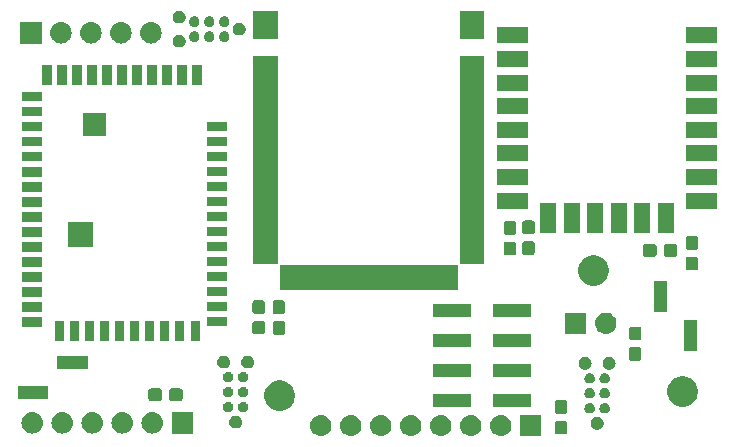
<source format=gbr>
G04 #@! TF.GenerationSoftware,KiCad,Pcbnew,(5.1.4)-1*
G04 #@! TF.CreationDate,2019-11-03T22:01:44+01:00*
G04 #@! TF.ProjectId,121019_breakoutBoard_cureBag_V1,31323130-3139-45f6-9272-65616b6f7574,rev?*
G04 #@! TF.SameCoordinates,Original*
G04 #@! TF.FileFunction,Soldermask,Top*
G04 #@! TF.FilePolarity,Negative*
%FSLAX46Y46*%
G04 Gerber Fmt 4.6, Leading zero omitted, Abs format (unit mm)*
G04 Created by KiCad (PCBNEW (5.1.4)-1) date 2019-11-03 22:01:44*
%MOMM*%
%LPD*%
G04 APERTURE LIST*
%ADD10C,0.020000*%
G04 APERTURE END LIST*
D10*
G36*
X126627843Y-115031119D02*
G01*
X126694027Y-115037637D01*
X126863866Y-115089157D01*
X127020391Y-115172822D01*
X127049195Y-115196461D01*
X127157586Y-115285414D01*
X127220461Y-115362029D01*
X127270178Y-115422609D01*
X127270179Y-115422611D01*
X127347354Y-115566993D01*
X127353843Y-115579134D01*
X127405363Y-115748973D01*
X127422759Y-115925600D01*
X127405363Y-116102227D01*
X127353843Y-116272066D01*
X127270178Y-116428591D01*
X127252790Y-116449778D01*
X127157586Y-116565786D01*
X127073153Y-116635077D01*
X127020391Y-116678378D01*
X126863866Y-116762043D01*
X126694027Y-116813563D01*
X126627842Y-116820082D01*
X126561660Y-116826600D01*
X126473140Y-116826600D01*
X126406958Y-116820082D01*
X126340773Y-116813563D01*
X126170934Y-116762043D01*
X126014409Y-116678378D01*
X125961647Y-116635077D01*
X125877214Y-116565786D01*
X125782010Y-116449778D01*
X125764622Y-116428591D01*
X125680957Y-116272066D01*
X125629437Y-116102227D01*
X125612041Y-115925600D01*
X125629437Y-115748973D01*
X125680957Y-115579134D01*
X125687447Y-115566993D01*
X125764621Y-115422611D01*
X125764622Y-115422609D01*
X125814339Y-115362029D01*
X125877214Y-115285414D01*
X125985605Y-115196461D01*
X126014409Y-115172822D01*
X126170934Y-115089157D01*
X126340773Y-115037637D01*
X126406957Y-115031119D01*
X126473140Y-115024600D01*
X126561660Y-115024600D01*
X126627843Y-115031119D01*
X126627843Y-115031119D01*
G37*
G36*
X145198400Y-116826600D02*
G01*
X143396400Y-116826600D01*
X143396400Y-115024600D01*
X145198400Y-115024600D01*
X145198400Y-116826600D01*
X145198400Y-116826600D01*
G37*
G36*
X141867843Y-115031119D02*
G01*
X141934027Y-115037637D01*
X142103866Y-115089157D01*
X142260391Y-115172822D01*
X142289195Y-115196461D01*
X142397586Y-115285414D01*
X142460461Y-115362029D01*
X142510178Y-115422609D01*
X142510179Y-115422611D01*
X142587354Y-115566993D01*
X142593843Y-115579134D01*
X142645363Y-115748973D01*
X142662759Y-115925600D01*
X142645363Y-116102227D01*
X142593843Y-116272066D01*
X142510178Y-116428591D01*
X142492790Y-116449778D01*
X142397586Y-116565786D01*
X142313153Y-116635077D01*
X142260391Y-116678378D01*
X142103866Y-116762043D01*
X141934027Y-116813563D01*
X141867842Y-116820082D01*
X141801660Y-116826600D01*
X141713140Y-116826600D01*
X141646958Y-116820082D01*
X141580773Y-116813563D01*
X141410934Y-116762043D01*
X141254409Y-116678378D01*
X141201647Y-116635077D01*
X141117214Y-116565786D01*
X141022010Y-116449778D01*
X141004622Y-116428591D01*
X140920957Y-116272066D01*
X140869437Y-116102227D01*
X140852041Y-115925600D01*
X140869437Y-115748973D01*
X140920957Y-115579134D01*
X140927447Y-115566993D01*
X141004621Y-115422611D01*
X141004622Y-115422609D01*
X141054339Y-115362029D01*
X141117214Y-115285414D01*
X141225605Y-115196461D01*
X141254409Y-115172822D01*
X141410934Y-115089157D01*
X141580773Y-115037637D01*
X141646957Y-115031119D01*
X141713140Y-115024600D01*
X141801660Y-115024600D01*
X141867843Y-115031119D01*
X141867843Y-115031119D01*
G37*
G36*
X139327843Y-115031119D02*
G01*
X139394027Y-115037637D01*
X139563866Y-115089157D01*
X139720391Y-115172822D01*
X139749195Y-115196461D01*
X139857586Y-115285414D01*
X139920461Y-115362029D01*
X139970178Y-115422609D01*
X139970179Y-115422611D01*
X140047354Y-115566993D01*
X140053843Y-115579134D01*
X140105363Y-115748973D01*
X140122759Y-115925600D01*
X140105363Y-116102227D01*
X140053843Y-116272066D01*
X139970178Y-116428591D01*
X139952790Y-116449778D01*
X139857586Y-116565786D01*
X139773153Y-116635077D01*
X139720391Y-116678378D01*
X139563866Y-116762043D01*
X139394027Y-116813563D01*
X139327842Y-116820082D01*
X139261660Y-116826600D01*
X139173140Y-116826600D01*
X139106958Y-116820082D01*
X139040773Y-116813563D01*
X138870934Y-116762043D01*
X138714409Y-116678378D01*
X138661647Y-116635077D01*
X138577214Y-116565786D01*
X138482010Y-116449778D01*
X138464622Y-116428591D01*
X138380957Y-116272066D01*
X138329437Y-116102227D01*
X138312041Y-115925600D01*
X138329437Y-115748973D01*
X138380957Y-115579134D01*
X138387447Y-115566993D01*
X138464621Y-115422611D01*
X138464622Y-115422609D01*
X138514339Y-115362029D01*
X138577214Y-115285414D01*
X138685605Y-115196461D01*
X138714409Y-115172822D01*
X138870934Y-115089157D01*
X139040773Y-115037637D01*
X139106957Y-115031119D01*
X139173140Y-115024600D01*
X139261660Y-115024600D01*
X139327843Y-115031119D01*
X139327843Y-115031119D01*
G37*
G36*
X136787843Y-115031119D02*
G01*
X136854027Y-115037637D01*
X137023866Y-115089157D01*
X137180391Y-115172822D01*
X137209195Y-115196461D01*
X137317586Y-115285414D01*
X137380461Y-115362029D01*
X137430178Y-115422609D01*
X137430179Y-115422611D01*
X137507354Y-115566993D01*
X137513843Y-115579134D01*
X137565363Y-115748973D01*
X137582759Y-115925600D01*
X137565363Y-116102227D01*
X137513843Y-116272066D01*
X137430178Y-116428591D01*
X137412790Y-116449778D01*
X137317586Y-116565786D01*
X137233153Y-116635077D01*
X137180391Y-116678378D01*
X137023866Y-116762043D01*
X136854027Y-116813563D01*
X136787842Y-116820082D01*
X136721660Y-116826600D01*
X136633140Y-116826600D01*
X136566958Y-116820082D01*
X136500773Y-116813563D01*
X136330934Y-116762043D01*
X136174409Y-116678378D01*
X136121647Y-116635077D01*
X136037214Y-116565786D01*
X135942010Y-116449778D01*
X135924622Y-116428591D01*
X135840957Y-116272066D01*
X135789437Y-116102227D01*
X135772041Y-115925600D01*
X135789437Y-115748973D01*
X135840957Y-115579134D01*
X135847447Y-115566993D01*
X135924621Y-115422611D01*
X135924622Y-115422609D01*
X135974339Y-115362029D01*
X136037214Y-115285414D01*
X136145605Y-115196461D01*
X136174409Y-115172822D01*
X136330934Y-115089157D01*
X136500773Y-115037637D01*
X136566957Y-115031119D01*
X136633140Y-115024600D01*
X136721660Y-115024600D01*
X136787843Y-115031119D01*
X136787843Y-115031119D01*
G37*
G36*
X131707843Y-115031119D02*
G01*
X131774027Y-115037637D01*
X131943866Y-115089157D01*
X132100391Y-115172822D01*
X132129195Y-115196461D01*
X132237586Y-115285414D01*
X132300461Y-115362029D01*
X132350178Y-115422609D01*
X132350179Y-115422611D01*
X132427354Y-115566993D01*
X132433843Y-115579134D01*
X132485363Y-115748973D01*
X132502759Y-115925600D01*
X132485363Y-116102227D01*
X132433843Y-116272066D01*
X132350178Y-116428591D01*
X132332790Y-116449778D01*
X132237586Y-116565786D01*
X132153153Y-116635077D01*
X132100391Y-116678378D01*
X131943866Y-116762043D01*
X131774027Y-116813563D01*
X131707842Y-116820082D01*
X131641660Y-116826600D01*
X131553140Y-116826600D01*
X131486958Y-116820082D01*
X131420773Y-116813563D01*
X131250934Y-116762043D01*
X131094409Y-116678378D01*
X131041647Y-116635077D01*
X130957214Y-116565786D01*
X130862010Y-116449778D01*
X130844622Y-116428591D01*
X130760957Y-116272066D01*
X130709437Y-116102227D01*
X130692041Y-115925600D01*
X130709437Y-115748973D01*
X130760957Y-115579134D01*
X130767447Y-115566993D01*
X130844621Y-115422611D01*
X130844622Y-115422609D01*
X130894339Y-115362029D01*
X130957214Y-115285414D01*
X131065605Y-115196461D01*
X131094409Y-115172822D01*
X131250934Y-115089157D01*
X131420773Y-115037637D01*
X131486957Y-115031119D01*
X131553140Y-115024600D01*
X131641660Y-115024600D01*
X131707843Y-115031119D01*
X131707843Y-115031119D01*
G37*
G36*
X134247843Y-115031119D02*
G01*
X134314027Y-115037637D01*
X134483866Y-115089157D01*
X134640391Y-115172822D01*
X134669195Y-115196461D01*
X134777586Y-115285414D01*
X134840461Y-115362029D01*
X134890178Y-115422609D01*
X134890179Y-115422611D01*
X134967354Y-115566993D01*
X134973843Y-115579134D01*
X135025363Y-115748973D01*
X135042759Y-115925600D01*
X135025363Y-116102227D01*
X134973843Y-116272066D01*
X134890178Y-116428591D01*
X134872790Y-116449778D01*
X134777586Y-116565786D01*
X134693153Y-116635077D01*
X134640391Y-116678378D01*
X134483866Y-116762043D01*
X134314027Y-116813563D01*
X134247842Y-116820082D01*
X134181660Y-116826600D01*
X134093140Y-116826600D01*
X134026958Y-116820082D01*
X133960773Y-116813563D01*
X133790934Y-116762043D01*
X133634409Y-116678378D01*
X133581647Y-116635077D01*
X133497214Y-116565786D01*
X133402010Y-116449778D01*
X133384622Y-116428591D01*
X133300957Y-116272066D01*
X133249437Y-116102227D01*
X133232041Y-115925600D01*
X133249437Y-115748973D01*
X133300957Y-115579134D01*
X133307447Y-115566993D01*
X133384621Y-115422611D01*
X133384622Y-115422609D01*
X133434339Y-115362029D01*
X133497214Y-115285414D01*
X133605605Y-115196461D01*
X133634409Y-115172822D01*
X133790934Y-115089157D01*
X133960773Y-115037637D01*
X134026957Y-115031119D01*
X134093140Y-115024600D01*
X134181660Y-115024600D01*
X134247843Y-115031119D01*
X134247843Y-115031119D01*
G37*
G36*
X129167843Y-115031119D02*
G01*
X129234027Y-115037637D01*
X129403866Y-115089157D01*
X129560391Y-115172822D01*
X129589195Y-115196461D01*
X129697586Y-115285414D01*
X129760461Y-115362029D01*
X129810178Y-115422609D01*
X129810179Y-115422611D01*
X129887354Y-115566993D01*
X129893843Y-115579134D01*
X129945363Y-115748973D01*
X129962759Y-115925600D01*
X129945363Y-116102227D01*
X129893843Y-116272066D01*
X129810178Y-116428591D01*
X129792790Y-116449778D01*
X129697586Y-116565786D01*
X129613153Y-116635077D01*
X129560391Y-116678378D01*
X129403866Y-116762043D01*
X129234027Y-116813563D01*
X129167842Y-116820082D01*
X129101660Y-116826600D01*
X129013140Y-116826600D01*
X128946958Y-116820082D01*
X128880773Y-116813563D01*
X128710934Y-116762043D01*
X128554409Y-116678378D01*
X128501647Y-116635077D01*
X128417214Y-116565786D01*
X128322010Y-116449778D01*
X128304622Y-116428591D01*
X128220957Y-116272066D01*
X128169437Y-116102227D01*
X128152041Y-115925600D01*
X128169437Y-115748973D01*
X128220957Y-115579134D01*
X128227447Y-115566993D01*
X128304621Y-115422611D01*
X128304622Y-115422609D01*
X128354339Y-115362029D01*
X128417214Y-115285414D01*
X128525605Y-115196461D01*
X128554409Y-115172822D01*
X128710934Y-115089157D01*
X128880773Y-115037637D01*
X128946957Y-115031119D01*
X129013140Y-115024600D01*
X129101660Y-115024600D01*
X129167843Y-115031119D01*
X129167843Y-115031119D01*
G37*
G36*
X147227299Y-115531845D02*
G01*
X147264795Y-115543220D01*
X147299354Y-115561692D01*
X147329647Y-115586553D01*
X147354508Y-115616846D01*
X147372980Y-115651405D01*
X147384355Y-115688901D01*
X147388800Y-115734038D01*
X147388800Y-116472762D01*
X147384355Y-116517899D01*
X147372980Y-116555395D01*
X147354508Y-116589954D01*
X147329647Y-116620247D01*
X147299354Y-116645108D01*
X147264795Y-116663580D01*
X147227299Y-116674955D01*
X147182162Y-116679400D01*
X146543438Y-116679400D01*
X146498301Y-116674955D01*
X146460805Y-116663580D01*
X146426246Y-116645108D01*
X146395953Y-116620247D01*
X146371092Y-116589954D01*
X146352620Y-116555395D01*
X146341245Y-116517899D01*
X146336800Y-116472762D01*
X146336800Y-115734038D01*
X146341245Y-115688901D01*
X146352620Y-115651405D01*
X146371092Y-115616846D01*
X146395953Y-115586553D01*
X146426246Y-115561692D01*
X146460805Y-115543220D01*
X146498301Y-115531845D01*
X146543438Y-115527400D01*
X147182162Y-115527400D01*
X147227299Y-115531845D01*
X147227299Y-115531845D01*
G37*
G36*
X115683600Y-116598000D02*
G01*
X113881600Y-116598000D01*
X113881600Y-114796000D01*
X115683600Y-114796000D01*
X115683600Y-116598000D01*
X115683600Y-116598000D01*
G37*
G36*
X109813042Y-114802518D02*
G01*
X109879227Y-114809037D01*
X110049066Y-114860557D01*
X110205591Y-114944222D01*
X110241329Y-114973552D01*
X110342786Y-115056814D01*
X110408325Y-115136675D01*
X110455378Y-115194009D01*
X110539043Y-115350534D01*
X110590563Y-115520373D01*
X110607959Y-115697000D01*
X110590563Y-115873627D01*
X110539043Y-116043466D01*
X110539042Y-116043468D01*
X110524515Y-116070646D01*
X110455378Y-116199991D01*
X110426048Y-116235729D01*
X110342786Y-116337186D01*
X110246262Y-116416400D01*
X110205591Y-116449778D01*
X110049066Y-116533443D01*
X109879227Y-116584963D01*
X109813042Y-116591482D01*
X109746860Y-116598000D01*
X109658340Y-116598000D01*
X109592158Y-116591482D01*
X109525973Y-116584963D01*
X109356134Y-116533443D01*
X109199609Y-116449778D01*
X109158938Y-116416400D01*
X109062414Y-116337186D01*
X108979152Y-116235729D01*
X108949822Y-116199991D01*
X108880685Y-116070646D01*
X108866158Y-116043468D01*
X108866157Y-116043466D01*
X108814637Y-115873627D01*
X108797241Y-115697000D01*
X108814637Y-115520373D01*
X108866157Y-115350534D01*
X108949822Y-115194009D01*
X108996875Y-115136675D01*
X109062414Y-115056814D01*
X109163871Y-114973552D01*
X109199609Y-114944222D01*
X109356134Y-114860557D01*
X109525973Y-114809037D01*
X109592158Y-114802518D01*
X109658340Y-114796000D01*
X109746860Y-114796000D01*
X109813042Y-114802518D01*
X109813042Y-114802518D01*
G37*
G36*
X107273042Y-114802518D02*
G01*
X107339227Y-114809037D01*
X107509066Y-114860557D01*
X107665591Y-114944222D01*
X107701329Y-114973552D01*
X107802786Y-115056814D01*
X107868325Y-115136675D01*
X107915378Y-115194009D01*
X107999043Y-115350534D01*
X108050563Y-115520373D01*
X108067959Y-115697000D01*
X108050563Y-115873627D01*
X107999043Y-116043466D01*
X107999042Y-116043468D01*
X107984515Y-116070646D01*
X107915378Y-116199991D01*
X107886048Y-116235729D01*
X107802786Y-116337186D01*
X107706262Y-116416400D01*
X107665591Y-116449778D01*
X107509066Y-116533443D01*
X107339227Y-116584963D01*
X107273042Y-116591482D01*
X107206860Y-116598000D01*
X107118340Y-116598000D01*
X107052158Y-116591482D01*
X106985973Y-116584963D01*
X106816134Y-116533443D01*
X106659609Y-116449778D01*
X106618938Y-116416400D01*
X106522414Y-116337186D01*
X106439152Y-116235729D01*
X106409822Y-116199991D01*
X106340685Y-116070646D01*
X106326158Y-116043468D01*
X106326157Y-116043466D01*
X106274637Y-115873627D01*
X106257241Y-115697000D01*
X106274637Y-115520373D01*
X106326157Y-115350534D01*
X106409822Y-115194009D01*
X106456875Y-115136675D01*
X106522414Y-115056814D01*
X106623871Y-114973552D01*
X106659609Y-114944222D01*
X106816134Y-114860557D01*
X106985973Y-114809037D01*
X107052158Y-114802518D01*
X107118340Y-114796000D01*
X107206860Y-114796000D01*
X107273042Y-114802518D01*
X107273042Y-114802518D01*
G37*
G36*
X104733042Y-114802518D02*
G01*
X104799227Y-114809037D01*
X104969066Y-114860557D01*
X105125591Y-114944222D01*
X105161329Y-114973552D01*
X105262786Y-115056814D01*
X105328325Y-115136675D01*
X105375378Y-115194009D01*
X105459043Y-115350534D01*
X105510563Y-115520373D01*
X105527959Y-115697000D01*
X105510563Y-115873627D01*
X105459043Y-116043466D01*
X105459042Y-116043468D01*
X105444515Y-116070646D01*
X105375378Y-116199991D01*
X105346048Y-116235729D01*
X105262786Y-116337186D01*
X105166262Y-116416400D01*
X105125591Y-116449778D01*
X104969066Y-116533443D01*
X104799227Y-116584963D01*
X104733042Y-116591482D01*
X104666860Y-116598000D01*
X104578340Y-116598000D01*
X104512158Y-116591482D01*
X104445973Y-116584963D01*
X104276134Y-116533443D01*
X104119609Y-116449778D01*
X104078938Y-116416400D01*
X103982414Y-116337186D01*
X103899152Y-116235729D01*
X103869822Y-116199991D01*
X103800685Y-116070646D01*
X103786158Y-116043468D01*
X103786157Y-116043466D01*
X103734637Y-115873627D01*
X103717241Y-115697000D01*
X103734637Y-115520373D01*
X103786157Y-115350534D01*
X103869822Y-115194009D01*
X103916875Y-115136675D01*
X103982414Y-115056814D01*
X104083871Y-114973552D01*
X104119609Y-114944222D01*
X104276134Y-114860557D01*
X104445973Y-114809037D01*
X104512158Y-114802518D01*
X104578340Y-114796000D01*
X104666860Y-114796000D01*
X104733042Y-114802518D01*
X104733042Y-114802518D01*
G37*
G36*
X102193042Y-114802518D02*
G01*
X102259227Y-114809037D01*
X102429066Y-114860557D01*
X102585591Y-114944222D01*
X102621329Y-114973552D01*
X102722786Y-115056814D01*
X102788325Y-115136675D01*
X102835378Y-115194009D01*
X102919043Y-115350534D01*
X102970563Y-115520373D01*
X102987959Y-115697000D01*
X102970563Y-115873627D01*
X102919043Y-116043466D01*
X102919042Y-116043468D01*
X102904515Y-116070646D01*
X102835378Y-116199991D01*
X102806048Y-116235729D01*
X102722786Y-116337186D01*
X102626262Y-116416400D01*
X102585591Y-116449778D01*
X102429066Y-116533443D01*
X102259227Y-116584963D01*
X102193042Y-116591482D01*
X102126860Y-116598000D01*
X102038340Y-116598000D01*
X101972158Y-116591482D01*
X101905973Y-116584963D01*
X101736134Y-116533443D01*
X101579609Y-116449778D01*
X101538938Y-116416400D01*
X101442414Y-116337186D01*
X101359152Y-116235729D01*
X101329822Y-116199991D01*
X101260685Y-116070646D01*
X101246158Y-116043468D01*
X101246157Y-116043466D01*
X101194637Y-115873627D01*
X101177241Y-115697000D01*
X101194637Y-115520373D01*
X101246157Y-115350534D01*
X101329822Y-115194009D01*
X101376875Y-115136675D01*
X101442414Y-115056814D01*
X101543871Y-114973552D01*
X101579609Y-114944222D01*
X101736134Y-114860557D01*
X101905973Y-114809037D01*
X101972158Y-114802518D01*
X102038340Y-114796000D01*
X102126860Y-114796000D01*
X102193042Y-114802518D01*
X102193042Y-114802518D01*
G37*
G36*
X112353042Y-114802518D02*
G01*
X112419227Y-114809037D01*
X112589066Y-114860557D01*
X112745591Y-114944222D01*
X112781329Y-114973552D01*
X112882786Y-115056814D01*
X112948325Y-115136675D01*
X112995378Y-115194009D01*
X113079043Y-115350534D01*
X113130563Y-115520373D01*
X113147959Y-115697000D01*
X113130563Y-115873627D01*
X113079043Y-116043466D01*
X113079042Y-116043468D01*
X113064515Y-116070646D01*
X112995378Y-116199991D01*
X112966048Y-116235729D01*
X112882786Y-116337186D01*
X112786262Y-116416400D01*
X112745591Y-116449778D01*
X112589066Y-116533443D01*
X112419227Y-116584963D01*
X112353042Y-116591482D01*
X112286860Y-116598000D01*
X112198340Y-116598000D01*
X112132158Y-116591482D01*
X112065973Y-116584963D01*
X111896134Y-116533443D01*
X111739609Y-116449778D01*
X111698938Y-116416400D01*
X111602414Y-116337186D01*
X111519152Y-116235729D01*
X111489822Y-116199991D01*
X111420685Y-116070646D01*
X111406158Y-116043468D01*
X111406157Y-116043466D01*
X111354637Y-115873627D01*
X111337241Y-115697000D01*
X111354637Y-115520373D01*
X111406157Y-115350534D01*
X111489822Y-115194009D01*
X111536875Y-115136675D01*
X111602414Y-115056814D01*
X111703871Y-114973552D01*
X111739609Y-114944222D01*
X111896134Y-114860557D01*
X112065973Y-114809037D01*
X112132158Y-114802518D01*
X112198340Y-114796000D01*
X112286860Y-114796000D01*
X112353042Y-114802518D01*
X112353042Y-114802518D01*
G37*
G36*
X150017378Y-115186597D02*
G01*
X150070150Y-115197094D01*
X150169570Y-115238275D01*
X150259046Y-115298061D01*
X150335139Y-115374154D01*
X150394925Y-115463630D01*
X150436106Y-115563050D01*
X150437831Y-115571723D01*
X150457100Y-115668593D01*
X150457100Y-115776207D01*
X150454277Y-115790400D01*
X150436106Y-115881750D01*
X150394925Y-115981170D01*
X150335139Y-116070646D01*
X150259046Y-116146739D01*
X150169570Y-116206525D01*
X150070150Y-116247706D01*
X150017378Y-116258203D01*
X149964607Y-116268700D01*
X149856993Y-116268700D01*
X149804222Y-116258203D01*
X149751450Y-116247706D01*
X149652030Y-116206525D01*
X149562554Y-116146739D01*
X149486461Y-116070646D01*
X149426675Y-115981170D01*
X149385494Y-115881750D01*
X149367323Y-115790400D01*
X149364500Y-115776207D01*
X149364500Y-115668593D01*
X149383769Y-115571723D01*
X149385494Y-115563050D01*
X149426675Y-115463630D01*
X149486461Y-115374154D01*
X149562554Y-115298061D01*
X149652030Y-115238275D01*
X149751450Y-115197094D01*
X149804222Y-115186597D01*
X149856993Y-115176100D01*
X149964607Y-115176100D01*
X150017378Y-115186597D01*
X150017378Y-115186597D01*
G37*
G36*
X119410378Y-115084997D02*
G01*
X119463150Y-115095494D01*
X119562570Y-115136675D01*
X119652046Y-115196461D01*
X119728139Y-115272554D01*
X119787925Y-115362030D01*
X119829106Y-115461450D01*
X119839603Y-115514222D01*
X119849316Y-115563050D01*
X119850100Y-115566994D01*
X119850100Y-115674606D01*
X119829106Y-115780150D01*
X119787925Y-115879570D01*
X119728139Y-115969046D01*
X119652046Y-116045139D01*
X119562570Y-116104925D01*
X119463150Y-116146106D01*
X119410378Y-116156603D01*
X119357607Y-116167100D01*
X119249993Y-116167100D01*
X119197222Y-116156603D01*
X119144450Y-116146106D01*
X119045030Y-116104925D01*
X118955554Y-116045139D01*
X118879461Y-115969046D01*
X118819675Y-115879570D01*
X118778494Y-115780150D01*
X118757500Y-115674606D01*
X118757500Y-115566994D01*
X118758285Y-115563050D01*
X118767997Y-115514222D01*
X118778494Y-115461450D01*
X118819675Y-115362030D01*
X118879461Y-115272554D01*
X118955554Y-115196461D01*
X119045030Y-115136675D01*
X119144450Y-115095494D01*
X119197222Y-115084997D01*
X119249993Y-115074500D01*
X119357607Y-115074500D01*
X119410378Y-115084997D01*
X119410378Y-115084997D01*
G37*
G36*
X147227299Y-113781845D02*
G01*
X147264795Y-113793220D01*
X147299354Y-113811692D01*
X147329647Y-113836553D01*
X147354508Y-113866846D01*
X147372980Y-113901405D01*
X147384355Y-113938901D01*
X147388800Y-113984038D01*
X147388800Y-114722762D01*
X147384355Y-114767899D01*
X147372980Y-114805395D01*
X147354508Y-114839954D01*
X147329647Y-114870247D01*
X147299354Y-114895108D01*
X147264795Y-114913580D01*
X147227299Y-114924955D01*
X147182162Y-114929400D01*
X146543438Y-114929400D01*
X146498301Y-114924955D01*
X146460805Y-114913580D01*
X146426246Y-114895108D01*
X146395953Y-114870247D01*
X146371092Y-114839954D01*
X146352620Y-114805395D01*
X146341245Y-114767899D01*
X146336800Y-114722762D01*
X146336800Y-113984038D01*
X146341245Y-113938901D01*
X146352620Y-113901405D01*
X146371092Y-113866846D01*
X146395953Y-113836553D01*
X146426246Y-113811692D01*
X146460805Y-113793220D01*
X146498301Y-113781845D01*
X146543438Y-113777400D01*
X147182162Y-113777400D01*
X147227299Y-113781845D01*
X147227299Y-113781845D01*
G37*
G36*
X150675514Y-114024789D02*
G01*
X150713572Y-114040553D01*
X150756445Y-114058312D01*
X150829280Y-114106979D01*
X150891221Y-114168920D01*
X150921970Y-114214939D01*
X150939889Y-114241757D01*
X150973411Y-114322686D01*
X150987716Y-114394601D01*
X150990500Y-114408601D01*
X150990500Y-114496199D01*
X150973411Y-114582114D01*
X150939888Y-114663045D01*
X150891221Y-114735880D01*
X150829280Y-114797821D01*
X150756445Y-114846488D01*
X150756444Y-114846489D01*
X150756443Y-114846489D01*
X150675514Y-114880011D01*
X150589601Y-114897100D01*
X150501999Y-114897100D01*
X150416086Y-114880011D01*
X150335157Y-114846489D01*
X150335156Y-114846489D01*
X150335155Y-114846488D01*
X150262320Y-114797821D01*
X150200379Y-114735880D01*
X150151712Y-114663045D01*
X150118189Y-114582114D01*
X150101100Y-114496199D01*
X150101100Y-114408601D01*
X150103885Y-114394601D01*
X150118189Y-114322686D01*
X150151711Y-114241757D01*
X150169630Y-114214939D01*
X150200379Y-114168920D01*
X150262320Y-114106979D01*
X150335155Y-114058312D01*
X150378029Y-114040553D01*
X150416086Y-114024789D01*
X150501999Y-114007700D01*
X150589601Y-114007700D01*
X150675514Y-114024789D01*
X150675514Y-114024789D01*
G37*
G36*
X149405514Y-114024789D02*
G01*
X149443572Y-114040553D01*
X149486445Y-114058312D01*
X149559280Y-114106979D01*
X149621221Y-114168920D01*
X149651970Y-114214939D01*
X149669889Y-114241757D01*
X149703411Y-114322686D01*
X149717716Y-114394601D01*
X149720500Y-114408601D01*
X149720500Y-114496199D01*
X149703411Y-114582114D01*
X149669888Y-114663045D01*
X149621221Y-114735880D01*
X149559280Y-114797821D01*
X149486445Y-114846488D01*
X149486444Y-114846489D01*
X149486443Y-114846489D01*
X149405514Y-114880011D01*
X149319601Y-114897100D01*
X149231999Y-114897100D01*
X149146086Y-114880011D01*
X149065157Y-114846489D01*
X149065156Y-114846489D01*
X149065155Y-114846488D01*
X148992320Y-114797821D01*
X148930379Y-114735880D01*
X148881712Y-114663045D01*
X148848189Y-114582114D01*
X148831100Y-114496199D01*
X148831100Y-114408601D01*
X148833885Y-114394601D01*
X148848189Y-114322686D01*
X148881711Y-114241757D01*
X148899630Y-114214939D01*
X148930379Y-114168920D01*
X148992320Y-114106979D01*
X149065155Y-114058312D01*
X149108029Y-114040553D01*
X149146086Y-114024789D01*
X149231999Y-114007700D01*
X149319601Y-114007700D01*
X149405514Y-114024789D01*
X149405514Y-114024789D01*
G37*
G36*
X120068514Y-113923189D02*
G01*
X120149445Y-113956712D01*
X120222280Y-114005379D01*
X120284221Y-114067320D01*
X120310720Y-114106979D01*
X120332889Y-114140157D01*
X120366411Y-114221086D01*
X120383500Y-114306999D01*
X120383500Y-114394601D01*
X120380715Y-114408601D01*
X120366411Y-114480514D01*
X120332888Y-114561445D01*
X120284221Y-114634280D01*
X120222280Y-114696221D01*
X120149445Y-114744888D01*
X120149444Y-114744889D01*
X120149443Y-114744889D01*
X120068514Y-114778411D01*
X119982601Y-114795500D01*
X119894999Y-114795500D01*
X119809086Y-114778411D01*
X119728157Y-114744889D01*
X119728156Y-114744889D01*
X119728155Y-114744888D01*
X119655320Y-114696221D01*
X119593379Y-114634280D01*
X119544712Y-114561445D01*
X119511189Y-114480514D01*
X119496885Y-114408601D01*
X119494100Y-114394601D01*
X119494100Y-114306999D01*
X119511189Y-114221086D01*
X119544711Y-114140157D01*
X119566880Y-114106979D01*
X119593379Y-114067320D01*
X119655320Y-114005379D01*
X119728155Y-113956712D01*
X119809086Y-113923189D01*
X119894999Y-113906100D01*
X119982601Y-113906100D01*
X120068514Y-113923189D01*
X120068514Y-113923189D01*
G37*
G36*
X118798514Y-113923189D02*
G01*
X118879445Y-113956712D01*
X118952280Y-114005379D01*
X119014221Y-114067320D01*
X119040720Y-114106979D01*
X119062889Y-114140157D01*
X119096411Y-114221086D01*
X119113500Y-114306999D01*
X119113500Y-114394601D01*
X119110715Y-114408601D01*
X119096411Y-114480514D01*
X119062888Y-114561445D01*
X119014221Y-114634280D01*
X118952280Y-114696221D01*
X118879445Y-114744888D01*
X118879444Y-114744889D01*
X118879443Y-114744889D01*
X118798514Y-114778411D01*
X118712601Y-114795500D01*
X118624999Y-114795500D01*
X118539086Y-114778411D01*
X118458157Y-114744889D01*
X118458156Y-114744889D01*
X118458155Y-114744888D01*
X118385320Y-114696221D01*
X118323379Y-114634280D01*
X118274712Y-114561445D01*
X118241189Y-114480514D01*
X118226885Y-114408601D01*
X118224100Y-114394601D01*
X118224100Y-114306999D01*
X118241189Y-114221086D01*
X118274711Y-114140157D01*
X118296880Y-114106979D01*
X118323379Y-114067320D01*
X118385320Y-114005379D01*
X118458155Y-113956712D01*
X118539086Y-113923189D01*
X118624999Y-113906100D01*
X118712601Y-113906100D01*
X118798514Y-113923189D01*
X118798514Y-113923189D01*
G37*
G36*
X123417087Y-112134596D02*
G01*
X123653853Y-112232668D01*
X123653855Y-112232669D01*
X123866939Y-112375047D01*
X124048153Y-112556261D01*
X124169387Y-112737700D01*
X124190532Y-112769347D01*
X124288604Y-113006113D01*
X124338600Y-113257461D01*
X124338600Y-113513739D01*
X124288604Y-113765087D01*
X124216254Y-113939754D01*
X124190531Y-114001855D01*
X124048153Y-114214939D01*
X123866939Y-114396153D01*
X123653855Y-114538531D01*
X123653854Y-114538532D01*
X123653853Y-114538532D01*
X123417087Y-114636604D01*
X123165739Y-114686600D01*
X122909461Y-114686600D01*
X122658113Y-114636604D01*
X122421347Y-114538532D01*
X122421346Y-114538532D01*
X122421345Y-114538531D01*
X122208261Y-114396153D01*
X122027047Y-114214939D01*
X121884669Y-114001855D01*
X121858946Y-113939754D01*
X121786596Y-113765087D01*
X121736600Y-113513739D01*
X121736600Y-113257461D01*
X121786596Y-113006113D01*
X121884668Y-112769347D01*
X121905814Y-112737700D01*
X122027047Y-112556261D01*
X122208261Y-112375047D01*
X122421345Y-112232669D01*
X122421347Y-112232668D01*
X122658113Y-112134596D01*
X122909461Y-112084600D01*
X123165739Y-112084600D01*
X123417087Y-112134596D01*
X123417087Y-112134596D01*
G37*
G36*
X144318600Y-114343000D02*
G01*
X141066600Y-114343000D01*
X141066600Y-113241000D01*
X144318600Y-113241000D01*
X144318600Y-114343000D01*
X144318600Y-114343000D01*
G37*
G36*
X139268600Y-114343000D02*
G01*
X136016600Y-114343000D01*
X136016600Y-113241000D01*
X139268600Y-113241000D01*
X139268600Y-114343000D01*
X139268600Y-114343000D01*
G37*
G36*
X157534487Y-111778996D02*
G01*
X157771253Y-111877068D01*
X157771255Y-111877069D01*
X157984339Y-112019447D01*
X158165553Y-112200661D01*
X158258664Y-112340011D01*
X158307932Y-112413747D01*
X158406004Y-112650513D01*
X158456000Y-112901861D01*
X158456000Y-113158139D01*
X158406004Y-113409487D01*
X158336829Y-113576489D01*
X158307931Y-113646255D01*
X158165553Y-113859339D01*
X157984339Y-114040553D01*
X157771255Y-114182931D01*
X157771254Y-114182932D01*
X157771253Y-114182932D01*
X157534487Y-114281004D01*
X157283139Y-114331000D01*
X157026861Y-114331000D01*
X156775513Y-114281004D01*
X156538747Y-114182932D01*
X156538746Y-114182932D01*
X156538745Y-114182931D01*
X156325661Y-114040553D01*
X156144447Y-113859339D01*
X156002069Y-113646255D01*
X155973171Y-113576489D01*
X155903996Y-113409487D01*
X155854000Y-113158139D01*
X155854000Y-112901861D01*
X155903996Y-112650513D01*
X156002068Y-112413747D01*
X156051337Y-112340011D01*
X156144447Y-112200661D01*
X156325661Y-112019447D01*
X156538745Y-111877069D01*
X156538747Y-111877068D01*
X156775513Y-111778996D01*
X157026861Y-111729000D01*
X157283139Y-111729000D01*
X157534487Y-111778996D01*
X157534487Y-111778996D01*
G37*
G36*
X114661099Y-112787845D02*
G01*
X114698595Y-112799220D01*
X114733154Y-112817692D01*
X114763447Y-112842553D01*
X114788308Y-112872846D01*
X114806780Y-112907405D01*
X114818155Y-112944901D01*
X114822600Y-112990038D01*
X114822600Y-113628762D01*
X114818155Y-113673899D01*
X114806780Y-113711395D01*
X114788308Y-113745954D01*
X114763447Y-113776247D01*
X114733154Y-113801108D01*
X114698595Y-113819580D01*
X114661099Y-113830955D01*
X114615962Y-113835400D01*
X113877238Y-113835400D01*
X113832101Y-113830955D01*
X113794605Y-113819580D01*
X113760046Y-113801108D01*
X113729753Y-113776247D01*
X113704892Y-113745954D01*
X113686420Y-113711395D01*
X113675045Y-113673899D01*
X113670600Y-113628762D01*
X113670600Y-112990038D01*
X113675045Y-112944901D01*
X113686420Y-112907405D01*
X113704892Y-112872846D01*
X113729753Y-112842553D01*
X113760046Y-112817692D01*
X113794605Y-112799220D01*
X113832101Y-112787845D01*
X113877238Y-112783400D01*
X114615962Y-112783400D01*
X114661099Y-112787845D01*
X114661099Y-112787845D01*
G37*
G36*
X112911099Y-112787845D02*
G01*
X112948595Y-112799220D01*
X112983154Y-112817692D01*
X113013447Y-112842553D01*
X113038308Y-112872846D01*
X113056780Y-112907405D01*
X113068155Y-112944901D01*
X113072600Y-112990038D01*
X113072600Y-113628762D01*
X113068155Y-113673899D01*
X113056780Y-113711395D01*
X113038308Y-113745954D01*
X113013447Y-113776247D01*
X112983154Y-113801108D01*
X112948595Y-113819580D01*
X112911099Y-113830955D01*
X112865962Y-113835400D01*
X112127238Y-113835400D01*
X112082101Y-113830955D01*
X112044605Y-113819580D01*
X112010046Y-113801108D01*
X111979753Y-113776247D01*
X111954892Y-113745954D01*
X111936420Y-113711395D01*
X111925045Y-113673899D01*
X111920600Y-113628762D01*
X111920600Y-112990038D01*
X111925045Y-112944901D01*
X111936420Y-112907405D01*
X111954892Y-112872846D01*
X111979753Y-112842553D01*
X112010046Y-112817692D01*
X112044605Y-112799220D01*
X112082101Y-112787845D01*
X112127238Y-112783400D01*
X112865962Y-112783400D01*
X112911099Y-112787845D01*
X112911099Y-112787845D01*
G37*
G36*
X103460800Y-113708000D02*
G01*
X100848800Y-113708000D01*
X100848800Y-112606000D01*
X103460800Y-112606000D01*
X103460800Y-113708000D01*
X103460800Y-113708000D01*
G37*
G36*
X150675514Y-112754789D02*
G01*
X150744587Y-112783400D01*
X150756445Y-112788312D01*
X150829280Y-112836979D01*
X150891221Y-112898920D01*
X150926077Y-112951086D01*
X150939889Y-112971757D01*
X150973411Y-113052686D01*
X150990500Y-113138599D01*
X150990500Y-113226201D01*
X150977523Y-113291443D01*
X150973411Y-113312114D01*
X150939888Y-113393045D01*
X150891221Y-113465880D01*
X150829280Y-113527821D01*
X150756445Y-113576488D01*
X150756444Y-113576489D01*
X150756443Y-113576489D01*
X150675514Y-113610011D01*
X150589601Y-113627100D01*
X150501999Y-113627100D01*
X150416086Y-113610011D01*
X150335157Y-113576489D01*
X150335156Y-113576489D01*
X150335155Y-113576488D01*
X150262320Y-113527821D01*
X150200379Y-113465880D01*
X150151712Y-113393045D01*
X150118189Y-113312114D01*
X150114077Y-113291443D01*
X150101100Y-113226201D01*
X150101100Y-113138599D01*
X150118189Y-113052686D01*
X150151711Y-112971757D01*
X150165523Y-112951086D01*
X150200379Y-112898920D01*
X150262320Y-112836979D01*
X150335155Y-112788312D01*
X150347014Y-112783400D01*
X150416086Y-112754789D01*
X150501999Y-112737700D01*
X150589601Y-112737700D01*
X150675514Y-112754789D01*
X150675514Y-112754789D01*
G37*
G36*
X149405514Y-112754789D02*
G01*
X149474587Y-112783400D01*
X149486445Y-112788312D01*
X149559280Y-112836979D01*
X149621221Y-112898920D01*
X149656077Y-112951086D01*
X149669889Y-112971757D01*
X149703411Y-113052686D01*
X149720500Y-113138599D01*
X149720500Y-113226201D01*
X149707523Y-113291443D01*
X149703411Y-113312114D01*
X149669888Y-113393045D01*
X149621221Y-113465880D01*
X149559280Y-113527821D01*
X149486445Y-113576488D01*
X149486444Y-113576489D01*
X149486443Y-113576489D01*
X149405514Y-113610011D01*
X149319601Y-113627100D01*
X149231999Y-113627100D01*
X149146086Y-113610011D01*
X149065157Y-113576489D01*
X149065156Y-113576489D01*
X149065155Y-113576488D01*
X148992320Y-113527821D01*
X148930379Y-113465880D01*
X148881712Y-113393045D01*
X148848189Y-113312114D01*
X148844077Y-113291443D01*
X148831100Y-113226201D01*
X148831100Y-113138599D01*
X148848189Y-113052686D01*
X148881711Y-112971757D01*
X148895523Y-112951086D01*
X148930379Y-112898920D01*
X148992320Y-112836979D01*
X149065155Y-112788312D01*
X149077014Y-112783400D01*
X149146086Y-112754789D01*
X149231999Y-112737700D01*
X149319601Y-112737700D01*
X149405514Y-112754789D01*
X149405514Y-112754789D01*
G37*
G36*
X120068514Y-112653189D02*
G01*
X120149445Y-112686712D01*
X120222280Y-112735379D01*
X120284221Y-112797320D01*
X120332888Y-112870155D01*
X120332889Y-112870157D01*
X120366411Y-112951086D01*
X120383500Y-113036999D01*
X120383500Y-113124601D01*
X120380715Y-113138601D01*
X120366411Y-113210514D01*
X120332888Y-113291445D01*
X120284221Y-113364280D01*
X120222280Y-113426221D01*
X120149445Y-113474888D01*
X120149444Y-113474889D01*
X120149443Y-113474889D01*
X120068514Y-113508411D01*
X119982601Y-113525500D01*
X119894999Y-113525500D01*
X119809086Y-113508411D01*
X119728157Y-113474889D01*
X119728156Y-113474889D01*
X119728155Y-113474888D01*
X119655320Y-113426221D01*
X119593379Y-113364280D01*
X119544712Y-113291445D01*
X119511189Y-113210514D01*
X119496885Y-113138601D01*
X119494100Y-113124601D01*
X119494100Y-113036999D01*
X119511189Y-112951086D01*
X119544711Y-112870157D01*
X119544712Y-112870155D01*
X119593379Y-112797320D01*
X119655320Y-112735379D01*
X119728155Y-112686712D01*
X119809086Y-112653189D01*
X119894999Y-112636100D01*
X119982601Y-112636100D01*
X120068514Y-112653189D01*
X120068514Y-112653189D01*
G37*
G36*
X118798514Y-112653189D02*
G01*
X118879445Y-112686712D01*
X118952280Y-112735379D01*
X119014221Y-112797320D01*
X119062888Y-112870155D01*
X119062889Y-112870157D01*
X119096411Y-112951086D01*
X119113500Y-113036999D01*
X119113500Y-113124601D01*
X119110715Y-113138601D01*
X119096411Y-113210514D01*
X119062888Y-113291445D01*
X119014221Y-113364280D01*
X118952280Y-113426221D01*
X118879445Y-113474888D01*
X118879444Y-113474889D01*
X118879443Y-113474889D01*
X118798514Y-113508411D01*
X118712601Y-113525500D01*
X118624999Y-113525500D01*
X118539086Y-113508411D01*
X118458157Y-113474889D01*
X118458156Y-113474889D01*
X118458155Y-113474888D01*
X118385320Y-113426221D01*
X118323379Y-113364280D01*
X118274712Y-113291445D01*
X118241189Y-113210514D01*
X118226885Y-113138601D01*
X118224100Y-113124601D01*
X118224100Y-113036999D01*
X118241189Y-112951086D01*
X118274711Y-112870157D01*
X118274712Y-112870155D01*
X118323379Y-112797320D01*
X118385320Y-112735379D01*
X118458155Y-112686712D01*
X118539086Y-112653189D01*
X118624999Y-112636100D01*
X118712601Y-112636100D01*
X118798514Y-112653189D01*
X118798514Y-112653189D01*
G37*
G36*
X149405514Y-111484789D02*
G01*
X149486445Y-111518312D01*
X149559280Y-111566979D01*
X149621221Y-111628920D01*
X149621222Y-111628922D01*
X149669889Y-111701757D01*
X149703411Y-111782686D01*
X149717716Y-111854601D01*
X149720500Y-111868601D01*
X149720500Y-111956199D01*
X149703411Y-112042114D01*
X149669888Y-112123045D01*
X149621221Y-112195880D01*
X149559280Y-112257821D01*
X149486445Y-112306488D01*
X149486444Y-112306489D01*
X149486443Y-112306489D01*
X149405514Y-112340011D01*
X149319601Y-112357100D01*
X149231999Y-112357100D01*
X149146086Y-112340011D01*
X149065157Y-112306489D01*
X149065156Y-112306489D01*
X149065155Y-112306488D01*
X148992320Y-112257821D01*
X148930379Y-112195880D01*
X148881712Y-112123045D01*
X148848189Y-112042114D01*
X148831100Y-111956199D01*
X148831100Y-111868601D01*
X148833885Y-111854601D01*
X148848189Y-111782686D01*
X148881711Y-111701757D01*
X148930378Y-111628922D01*
X148930379Y-111628920D01*
X148992320Y-111566979D01*
X149065155Y-111518312D01*
X149146086Y-111484789D01*
X149231999Y-111467700D01*
X149319601Y-111467700D01*
X149405514Y-111484789D01*
X149405514Y-111484789D01*
G37*
G36*
X150675514Y-111484789D02*
G01*
X150756445Y-111518312D01*
X150829280Y-111566979D01*
X150891221Y-111628920D01*
X150891222Y-111628922D01*
X150939889Y-111701757D01*
X150973411Y-111782686D01*
X150987716Y-111854601D01*
X150990500Y-111868601D01*
X150990500Y-111956199D01*
X150973411Y-112042114D01*
X150939888Y-112123045D01*
X150891221Y-112195880D01*
X150829280Y-112257821D01*
X150756445Y-112306488D01*
X150756444Y-112306489D01*
X150756443Y-112306489D01*
X150675514Y-112340011D01*
X150589601Y-112357100D01*
X150501999Y-112357100D01*
X150416086Y-112340011D01*
X150335157Y-112306489D01*
X150335156Y-112306489D01*
X150335155Y-112306488D01*
X150262320Y-112257821D01*
X150200379Y-112195880D01*
X150151712Y-112123045D01*
X150118189Y-112042114D01*
X150101100Y-111956199D01*
X150101100Y-111868601D01*
X150103885Y-111854601D01*
X150118189Y-111782686D01*
X150151711Y-111701757D01*
X150200378Y-111628922D01*
X150200379Y-111628920D01*
X150262320Y-111566979D01*
X150335155Y-111518312D01*
X150416086Y-111484789D01*
X150501999Y-111467700D01*
X150589601Y-111467700D01*
X150675514Y-111484789D01*
X150675514Y-111484789D01*
G37*
G36*
X120068514Y-111383189D02*
G01*
X120149445Y-111416712D01*
X120222280Y-111465379D01*
X120284221Y-111527320D01*
X120310720Y-111566979D01*
X120332889Y-111600157D01*
X120366411Y-111681086D01*
X120383500Y-111766999D01*
X120383500Y-111854601D01*
X120380715Y-111868601D01*
X120366411Y-111940514D01*
X120332888Y-112021445D01*
X120284221Y-112094280D01*
X120222280Y-112156221D01*
X120149445Y-112204888D01*
X120149444Y-112204889D01*
X120149443Y-112204889D01*
X120068514Y-112238411D01*
X119982601Y-112255500D01*
X119894999Y-112255500D01*
X119809086Y-112238411D01*
X119728157Y-112204889D01*
X119728156Y-112204889D01*
X119728155Y-112204888D01*
X119655320Y-112156221D01*
X119593379Y-112094280D01*
X119544712Y-112021445D01*
X119511189Y-111940514D01*
X119496885Y-111868601D01*
X119494100Y-111854601D01*
X119494100Y-111766999D01*
X119511189Y-111681086D01*
X119544711Y-111600157D01*
X119566880Y-111566979D01*
X119593379Y-111527320D01*
X119655320Y-111465379D01*
X119728155Y-111416712D01*
X119809086Y-111383189D01*
X119894999Y-111366100D01*
X119982601Y-111366100D01*
X120068514Y-111383189D01*
X120068514Y-111383189D01*
G37*
G36*
X118798514Y-111383189D02*
G01*
X118879445Y-111416712D01*
X118952280Y-111465379D01*
X119014221Y-111527320D01*
X119040720Y-111566979D01*
X119062889Y-111600157D01*
X119096411Y-111681086D01*
X119113500Y-111766999D01*
X119113500Y-111854601D01*
X119110715Y-111868601D01*
X119096411Y-111940514D01*
X119062888Y-112021445D01*
X119014221Y-112094280D01*
X118952280Y-112156221D01*
X118879445Y-112204888D01*
X118879444Y-112204889D01*
X118879443Y-112204889D01*
X118798514Y-112238411D01*
X118712601Y-112255500D01*
X118624999Y-112255500D01*
X118539086Y-112238411D01*
X118458157Y-112204889D01*
X118458156Y-112204889D01*
X118458155Y-112204888D01*
X118385320Y-112156221D01*
X118323379Y-112094280D01*
X118274712Y-112021445D01*
X118241189Y-111940514D01*
X118226885Y-111868601D01*
X118224100Y-111854601D01*
X118224100Y-111766999D01*
X118241189Y-111681086D01*
X118274711Y-111600157D01*
X118296880Y-111566979D01*
X118323379Y-111527320D01*
X118385320Y-111465379D01*
X118458155Y-111416712D01*
X118539086Y-111383189D01*
X118624999Y-111366100D01*
X118712601Y-111366100D01*
X118798514Y-111383189D01*
X118798514Y-111383189D01*
G37*
G36*
X144318600Y-111803000D02*
G01*
X141066600Y-111803000D01*
X141066600Y-110701000D01*
X144318600Y-110701000D01*
X144318600Y-111803000D01*
X144318600Y-111803000D01*
G37*
G36*
X139268600Y-111803000D02*
G01*
X136016600Y-111803000D01*
X136016600Y-110701000D01*
X139268600Y-110701000D01*
X139268600Y-111803000D01*
X139268600Y-111803000D01*
G37*
G36*
X149001378Y-110106597D02*
G01*
X149054150Y-110117094D01*
X149153570Y-110158275D01*
X149243046Y-110218061D01*
X149319139Y-110294154D01*
X149378925Y-110383630D01*
X149420106Y-110483050D01*
X149430603Y-110535822D01*
X149441100Y-110588593D01*
X149441100Y-110696207D01*
X149430603Y-110748978D01*
X149420106Y-110801750D01*
X149378925Y-110901170D01*
X149319139Y-110990646D01*
X149243046Y-111066739D01*
X149153570Y-111126525D01*
X149054150Y-111167706D01*
X149001378Y-111178203D01*
X148948607Y-111188700D01*
X148840993Y-111188700D01*
X148788222Y-111178203D01*
X148735450Y-111167706D01*
X148636030Y-111126525D01*
X148546554Y-111066739D01*
X148470461Y-110990646D01*
X148410675Y-110901170D01*
X148369494Y-110801750D01*
X148358997Y-110748978D01*
X148348500Y-110696207D01*
X148348500Y-110588593D01*
X148358997Y-110535822D01*
X148369494Y-110483050D01*
X148410675Y-110383630D01*
X148470461Y-110294154D01*
X148546554Y-110218061D01*
X148636030Y-110158275D01*
X148735450Y-110117094D01*
X148788222Y-110106597D01*
X148840993Y-110096100D01*
X148948607Y-110096100D01*
X149001378Y-110106597D01*
X149001378Y-110106597D01*
G37*
G36*
X151033378Y-110106597D02*
G01*
X151086150Y-110117094D01*
X151185570Y-110158275D01*
X151275046Y-110218061D01*
X151351139Y-110294154D01*
X151410925Y-110383630D01*
X151452106Y-110483050D01*
X151462603Y-110535822D01*
X151473100Y-110588593D01*
X151473100Y-110696207D01*
X151462603Y-110748978D01*
X151452106Y-110801750D01*
X151410925Y-110901170D01*
X151351139Y-110990646D01*
X151275046Y-111066739D01*
X151185570Y-111126525D01*
X151086150Y-111167706D01*
X151033378Y-111178203D01*
X150980607Y-111188700D01*
X150872993Y-111188700D01*
X150820222Y-111178203D01*
X150767450Y-111167706D01*
X150668030Y-111126525D01*
X150578554Y-111066739D01*
X150502461Y-110990646D01*
X150442675Y-110901170D01*
X150401494Y-110801750D01*
X150390997Y-110748978D01*
X150380500Y-110696207D01*
X150380500Y-110588593D01*
X150390997Y-110535822D01*
X150401494Y-110483050D01*
X150442675Y-110383630D01*
X150502461Y-110294154D01*
X150578554Y-110218061D01*
X150668030Y-110158275D01*
X150767450Y-110117094D01*
X150820222Y-110106597D01*
X150872993Y-110096100D01*
X150980607Y-110096100D01*
X151033378Y-110106597D01*
X151033378Y-110106597D01*
G37*
G36*
X106770800Y-111168000D02*
G01*
X104158800Y-111168000D01*
X104158800Y-110066000D01*
X106770800Y-110066000D01*
X106770800Y-111168000D01*
X106770800Y-111168000D01*
G37*
G36*
X118394378Y-110004997D02*
G01*
X118447150Y-110015494D01*
X118546570Y-110056675D01*
X118636046Y-110116461D01*
X118712139Y-110192554D01*
X118771925Y-110282030D01*
X118813106Y-110381450D01*
X118816413Y-110398077D01*
X118833316Y-110483050D01*
X118834100Y-110486994D01*
X118834100Y-110594606D01*
X118813106Y-110700150D01*
X118771925Y-110799570D01*
X118712139Y-110889046D01*
X118636046Y-110965139D01*
X118546570Y-111024925D01*
X118447150Y-111066106D01*
X118394378Y-111076603D01*
X118341607Y-111087100D01*
X118233993Y-111087100D01*
X118181222Y-111076603D01*
X118128450Y-111066106D01*
X118029030Y-111024925D01*
X117939554Y-110965139D01*
X117863461Y-110889046D01*
X117803675Y-110799570D01*
X117762494Y-110700150D01*
X117741500Y-110594606D01*
X117741500Y-110486994D01*
X117742285Y-110483050D01*
X117759187Y-110398077D01*
X117762494Y-110381450D01*
X117803675Y-110282030D01*
X117863461Y-110192554D01*
X117939554Y-110116461D01*
X118029030Y-110056675D01*
X118128450Y-110015494D01*
X118181222Y-110004997D01*
X118233993Y-109994500D01*
X118341607Y-109994500D01*
X118394378Y-110004997D01*
X118394378Y-110004997D01*
G37*
G36*
X120426378Y-110004997D02*
G01*
X120479150Y-110015494D01*
X120578570Y-110056675D01*
X120668046Y-110116461D01*
X120744139Y-110192554D01*
X120803925Y-110282030D01*
X120845106Y-110381450D01*
X120848413Y-110398077D01*
X120865316Y-110483050D01*
X120866100Y-110486994D01*
X120866100Y-110594606D01*
X120845106Y-110700150D01*
X120803925Y-110799570D01*
X120744139Y-110889046D01*
X120668046Y-110965139D01*
X120578570Y-111024925D01*
X120479150Y-111066106D01*
X120426378Y-111076603D01*
X120373607Y-111087100D01*
X120265993Y-111087100D01*
X120213222Y-111076603D01*
X120160450Y-111066106D01*
X120061030Y-111024925D01*
X119971554Y-110965139D01*
X119895461Y-110889046D01*
X119835675Y-110799570D01*
X119794494Y-110700150D01*
X119773500Y-110594606D01*
X119773500Y-110486994D01*
X119774285Y-110483050D01*
X119791187Y-110398077D01*
X119794494Y-110381450D01*
X119835675Y-110282030D01*
X119895461Y-110192554D01*
X119971554Y-110116461D01*
X120061030Y-110056675D01*
X120160450Y-110015494D01*
X120213222Y-110004997D01*
X120265993Y-109994500D01*
X120373607Y-109994500D01*
X120426378Y-110004997D01*
X120426378Y-110004997D01*
G37*
G36*
X153501099Y-109294845D02*
G01*
X153538595Y-109306220D01*
X153573154Y-109324692D01*
X153603447Y-109349553D01*
X153628308Y-109379846D01*
X153646780Y-109414405D01*
X153658155Y-109451901D01*
X153662600Y-109497038D01*
X153662600Y-110235762D01*
X153658155Y-110280899D01*
X153646780Y-110318395D01*
X153628308Y-110352954D01*
X153603447Y-110383247D01*
X153573154Y-110408108D01*
X153538595Y-110426580D01*
X153501099Y-110437955D01*
X153455962Y-110442400D01*
X152817238Y-110442400D01*
X152772101Y-110437955D01*
X152734605Y-110426580D01*
X152700046Y-110408108D01*
X152669753Y-110383247D01*
X152644892Y-110352954D01*
X152626420Y-110318395D01*
X152615045Y-110280899D01*
X152610600Y-110235762D01*
X152610600Y-109497038D01*
X152615045Y-109451901D01*
X152626420Y-109414405D01*
X152644892Y-109379846D01*
X152669753Y-109349553D01*
X152700046Y-109324692D01*
X152734605Y-109306220D01*
X152772101Y-109294845D01*
X152817238Y-109290400D01*
X153455962Y-109290400D01*
X153501099Y-109294845D01*
X153501099Y-109294845D01*
G37*
G36*
X158361200Y-109590200D02*
G01*
X157259200Y-109590200D01*
X157259200Y-106978200D01*
X158361200Y-106978200D01*
X158361200Y-109590200D01*
X158361200Y-109590200D01*
G37*
G36*
X144318600Y-109263000D02*
G01*
X141066600Y-109263000D01*
X141066600Y-108161000D01*
X144318600Y-108161000D01*
X144318600Y-109263000D01*
X144318600Y-109263000D01*
G37*
G36*
X139268600Y-109263000D02*
G01*
X136016600Y-109263000D01*
X136016600Y-108161000D01*
X139268600Y-108161000D01*
X139268600Y-109263000D01*
X139268600Y-109263000D01*
G37*
G36*
X109886800Y-108805200D02*
G01*
X109084800Y-108805200D01*
X109084800Y-107103200D01*
X109886800Y-107103200D01*
X109886800Y-108805200D01*
X109886800Y-108805200D01*
G37*
G36*
X116296800Y-108805200D02*
G01*
X115494800Y-108805200D01*
X115494800Y-107103200D01*
X116296800Y-107103200D01*
X116296800Y-108805200D01*
X116296800Y-108805200D01*
G37*
G36*
X114966800Y-108805200D02*
G01*
X114164800Y-108805200D01*
X114164800Y-107103200D01*
X114966800Y-107103200D01*
X114966800Y-108805200D01*
X114966800Y-108805200D01*
G37*
G36*
X113696800Y-108805200D02*
G01*
X112894800Y-108805200D01*
X112894800Y-107103200D01*
X113696800Y-107103200D01*
X113696800Y-108805200D01*
X113696800Y-108805200D01*
G37*
G36*
X111156800Y-108805200D02*
G01*
X110354800Y-108805200D01*
X110354800Y-107103200D01*
X111156800Y-107103200D01*
X111156800Y-108805200D01*
X111156800Y-108805200D01*
G37*
G36*
X108616800Y-108805200D02*
G01*
X107814800Y-108805200D01*
X107814800Y-107103200D01*
X108616800Y-107103200D01*
X108616800Y-108805200D01*
X108616800Y-108805200D01*
G37*
G36*
X107346800Y-108805200D02*
G01*
X106544800Y-108805200D01*
X106544800Y-107103200D01*
X107346800Y-107103200D01*
X107346800Y-108805200D01*
X107346800Y-108805200D01*
G37*
G36*
X106076800Y-108805200D02*
G01*
X105274800Y-108805200D01*
X105274800Y-107103200D01*
X106076800Y-107103200D01*
X106076800Y-108805200D01*
X106076800Y-108805200D01*
G37*
G36*
X104806800Y-108805200D02*
G01*
X104004800Y-108805200D01*
X104004800Y-107103200D01*
X104806800Y-107103200D01*
X104806800Y-108805200D01*
X104806800Y-108805200D01*
G37*
G36*
X112426800Y-108805200D02*
G01*
X111624800Y-108805200D01*
X111624800Y-107103200D01*
X112426800Y-107103200D01*
X112426800Y-108805200D01*
X112426800Y-108805200D01*
G37*
G36*
X153501099Y-107544845D02*
G01*
X153538595Y-107556220D01*
X153573154Y-107574692D01*
X153603447Y-107599553D01*
X153628308Y-107629846D01*
X153646780Y-107664405D01*
X153658155Y-107701901D01*
X153662600Y-107747038D01*
X153662600Y-108485762D01*
X153658155Y-108530899D01*
X153646780Y-108568395D01*
X153628308Y-108602954D01*
X153603447Y-108633247D01*
X153573154Y-108658108D01*
X153538595Y-108676580D01*
X153501099Y-108687955D01*
X153455962Y-108692400D01*
X152817238Y-108692400D01*
X152772101Y-108687955D01*
X152734605Y-108676580D01*
X152700046Y-108658108D01*
X152669753Y-108633247D01*
X152644892Y-108602954D01*
X152626420Y-108568395D01*
X152615045Y-108530899D01*
X152610600Y-108485762D01*
X152610600Y-107747038D01*
X152615045Y-107701901D01*
X152626420Y-107664405D01*
X152644892Y-107629846D01*
X152669753Y-107599553D01*
X152700046Y-107574692D01*
X152734605Y-107556220D01*
X152772101Y-107544845D01*
X152817238Y-107540400D01*
X153455962Y-107540400D01*
X153501099Y-107544845D01*
X153501099Y-107544845D01*
G37*
G36*
X123325899Y-107085045D02*
G01*
X123363395Y-107096420D01*
X123397954Y-107114892D01*
X123428247Y-107139753D01*
X123453108Y-107170046D01*
X123471580Y-107204605D01*
X123482955Y-107242101D01*
X123487400Y-107287238D01*
X123487400Y-108025962D01*
X123482955Y-108071099D01*
X123471580Y-108108595D01*
X123453108Y-108143154D01*
X123428247Y-108173447D01*
X123397954Y-108198308D01*
X123363395Y-108216780D01*
X123325899Y-108228155D01*
X123280762Y-108232600D01*
X122642038Y-108232600D01*
X122596901Y-108228155D01*
X122559405Y-108216780D01*
X122524846Y-108198308D01*
X122494553Y-108173447D01*
X122469692Y-108143154D01*
X122451220Y-108108595D01*
X122439845Y-108071099D01*
X122435400Y-108025962D01*
X122435400Y-107287238D01*
X122439845Y-107242101D01*
X122451220Y-107204605D01*
X122469692Y-107170046D01*
X122494553Y-107139753D01*
X122524846Y-107114892D01*
X122559405Y-107096420D01*
X122596901Y-107085045D01*
X122642038Y-107080600D01*
X123280762Y-107080600D01*
X123325899Y-107085045D01*
X123325899Y-107085045D01*
G37*
G36*
X121624099Y-107059645D02*
G01*
X121661595Y-107071020D01*
X121696154Y-107089492D01*
X121726447Y-107114353D01*
X121751308Y-107144646D01*
X121769780Y-107179205D01*
X121781155Y-107216701D01*
X121785600Y-107261838D01*
X121785600Y-108000562D01*
X121781155Y-108045699D01*
X121769780Y-108083195D01*
X121751308Y-108117754D01*
X121726447Y-108148047D01*
X121696154Y-108172908D01*
X121661595Y-108191380D01*
X121624099Y-108202755D01*
X121578962Y-108207200D01*
X120940238Y-108207200D01*
X120895101Y-108202755D01*
X120857605Y-108191380D01*
X120823046Y-108172908D01*
X120792753Y-108148047D01*
X120767892Y-108117754D01*
X120749420Y-108083195D01*
X120738045Y-108045699D01*
X120733600Y-108000562D01*
X120733600Y-107261838D01*
X120738045Y-107216701D01*
X120749420Y-107179205D01*
X120767892Y-107144646D01*
X120792753Y-107114353D01*
X120823046Y-107089492D01*
X120857605Y-107071020D01*
X120895101Y-107059645D01*
X120940238Y-107055200D01*
X121578962Y-107055200D01*
X121624099Y-107059645D01*
X121624099Y-107059645D01*
G37*
G36*
X149008400Y-108165200D02*
G01*
X147206400Y-108165200D01*
X147206400Y-106363200D01*
X149008400Y-106363200D01*
X149008400Y-108165200D01*
X149008400Y-108165200D01*
G37*
G36*
X150757843Y-106369719D02*
G01*
X150824027Y-106376237D01*
X150993866Y-106427757D01*
X151150391Y-106511422D01*
X151186129Y-106540752D01*
X151287586Y-106624014D01*
X151370848Y-106725471D01*
X151400178Y-106761209D01*
X151483843Y-106917734D01*
X151535363Y-107087573D01*
X151552759Y-107264200D01*
X151535363Y-107440827D01*
X151483843Y-107610666D01*
X151400178Y-107767191D01*
X151370848Y-107802929D01*
X151287586Y-107904386D01*
X151208121Y-107969600D01*
X151150391Y-108016978D01*
X150993866Y-108100643D01*
X150824027Y-108152163D01*
X150757843Y-108158681D01*
X150691660Y-108165200D01*
X150603140Y-108165200D01*
X150536957Y-108158681D01*
X150470773Y-108152163D01*
X150300934Y-108100643D01*
X150144409Y-108016978D01*
X150086679Y-107969600D01*
X150007214Y-107904386D01*
X149923952Y-107802929D01*
X149894622Y-107767191D01*
X149810957Y-107610666D01*
X149759437Y-107440827D01*
X149742041Y-107264200D01*
X149759437Y-107087573D01*
X149810957Y-106917734D01*
X149894622Y-106761209D01*
X149923952Y-106725471D01*
X150007214Y-106624014D01*
X150108671Y-106540752D01*
X150144409Y-106511422D01*
X150300934Y-106427757D01*
X150470773Y-106376237D01*
X150536957Y-106369719D01*
X150603140Y-106363200D01*
X150691660Y-106363200D01*
X150757843Y-106369719D01*
X150757843Y-106369719D01*
G37*
G36*
X102906800Y-107565200D02*
G01*
X101204800Y-107565200D01*
X101204800Y-106763200D01*
X102906800Y-106763200D01*
X102906800Y-107565200D01*
X102906800Y-107565200D01*
G37*
G36*
X118606800Y-107505200D02*
G01*
X116904800Y-107505200D01*
X116904800Y-106703200D01*
X118606800Y-106703200D01*
X118606800Y-107505200D01*
X118606800Y-107505200D01*
G37*
G36*
X144318600Y-106723000D02*
G01*
X141066600Y-106723000D01*
X141066600Y-105621000D01*
X144318600Y-105621000D01*
X144318600Y-106723000D01*
X144318600Y-106723000D01*
G37*
G36*
X139268600Y-106723000D02*
G01*
X136016600Y-106723000D01*
X136016600Y-105621000D01*
X139268600Y-105621000D01*
X139268600Y-106723000D01*
X139268600Y-106723000D01*
G37*
G36*
X123325899Y-105335045D02*
G01*
X123363395Y-105346420D01*
X123397954Y-105364892D01*
X123428247Y-105389753D01*
X123453108Y-105420046D01*
X123471580Y-105454605D01*
X123482955Y-105492101D01*
X123487400Y-105537238D01*
X123487400Y-106275962D01*
X123482955Y-106321099D01*
X123471580Y-106358595D01*
X123453108Y-106393154D01*
X123428247Y-106423447D01*
X123397954Y-106448308D01*
X123363395Y-106466780D01*
X123325899Y-106478155D01*
X123280762Y-106482600D01*
X122642038Y-106482600D01*
X122596901Y-106478155D01*
X122559405Y-106466780D01*
X122524846Y-106448308D01*
X122494553Y-106423447D01*
X122469692Y-106393154D01*
X122451220Y-106358595D01*
X122439845Y-106321099D01*
X122435400Y-106275962D01*
X122435400Y-105537238D01*
X122439845Y-105492101D01*
X122451220Y-105454605D01*
X122469692Y-105420046D01*
X122494553Y-105389753D01*
X122524846Y-105364892D01*
X122559405Y-105346420D01*
X122596901Y-105335045D01*
X122642038Y-105330600D01*
X123280762Y-105330600D01*
X123325899Y-105335045D01*
X123325899Y-105335045D01*
G37*
G36*
X121624099Y-105309645D02*
G01*
X121661595Y-105321020D01*
X121696154Y-105339492D01*
X121726447Y-105364353D01*
X121751308Y-105394646D01*
X121769780Y-105429205D01*
X121781155Y-105466701D01*
X121785600Y-105511838D01*
X121785600Y-106250562D01*
X121781155Y-106295699D01*
X121769780Y-106333195D01*
X121751308Y-106367754D01*
X121726447Y-106398047D01*
X121696154Y-106422908D01*
X121661595Y-106441380D01*
X121624099Y-106452755D01*
X121578962Y-106457200D01*
X120940238Y-106457200D01*
X120895101Y-106452755D01*
X120857605Y-106441380D01*
X120823046Y-106422908D01*
X120792753Y-106398047D01*
X120767892Y-106367754D01*
X120749420Y-106333195D01*
X120738045Y-106295699D01*
X120733600Y-106250562D01*
X120733600Y-105511838D01*
X120738045Y-105466701D01*
X120749420Y-105429205D01*
X120767892Y-105394646D01*
X120792753Y-105364353D01*
X120823046Y-105339492D01*
X120857605Y-105321020D01*
X120895101Y-105309645D01*
X120940238Y-105305200D01*
X121578962Y-105305200D01*
X121624099Y-105309645D01*
X121624099Y-105309645D01*
G37*
G36*
X102906800Y-106295200D02*
G01*
X101204800Y-106295200D01*
X101204800Y-105493200D01*
X102906800Y-105493200D01*
X102906800Y-106295200D01*
X102906800Y-106295200D01*
G37*
G36*
X155821200Y-106280200D02*
G01*
X154719200Y-106280200D01*
X154719200Y-103668200D01*
X155821200Y-103668200D01*
X155821200Y-106280200D01*
X155821200Y-106280200D01*
G37*
G36*
X118606800Y-106235200D02*
G01*
X116904800Y-106235200D01*
X116904800Y-105433200D01*
X118606800Y-105433200D01*
X118606800Y-106235200D01*
X118606800Y-106235200D01*
G37*
G36*
X102906800Y-105025200D02*
G01*
X101204800Y-105025200D01*
X101204800Y-104223200D01*
X102906800Y-104223200D01*
X102906800Y-105025200D01*
X102906800Y-105025200D01*
G37*
G36*
X118606800Y-104965200D02*
G01*
X116904800Y-104965200D01*
X116904800Y-104163200D01*
X118606800Y-104163200D01*
X118606800Y-104965200D01*
X118606800Y-104965200D01*
G37*
G36*
X138106350Y-104471670D02*
G01*
X123036130Y-104471670D01*
X123036130Y-102370690D01*
X138106350Y-102370690D01*
X138106350Y-104471670D01*
X138106350Y-104471670D01*
G37*
G36*
X149993887Y-101535196D02*
G01*
X150230653Y-101633268D01*
X150230655Y-101633269D01*
X150365016Y-101723046D01*
X150443739Y-101775647D01*
X150624953Y-101956861D01*
X150767332Y-102169947D01*
X150865404Y-102406713D01*
X150915400Y-102658061D01*
X150915400Y-102914339D01*
X150865404Y-103165687D01*
X150767332Y-103402453D01*
X150767331Y-103402455D01*
X150624953Y-103615539D01*
X150443739Y-103796753D01*
X150230655Y-103939131D01*
X150230654Y-103939132D01*
X150230653Y-103939132D01*
X149993887Y-104037204D01*
X149742539Y-104087200D01*
X149486261Y-104087200D01*
X149234913Y-104037204D01*
X148998147Y-103939132D01*
X148998146Y-103939132D01*
X148998145Y-103939131D01*
X148785061Y-103796753D01*
X148603847Y-103615539D01*
X148461469Y-103402455D01*
X148461468Y-103402453D01*
X148363396Y-103165687D01*
X148313400Y-102914339D01*
X148313400Y-102658061D01*
X148363396Y-102406713D01*
X148461468Y-102169947D01*
X148603847Y-101956861D01*
X148785061Y-101775647D01*
X148863784Y-101723046D01*
X148998145Y-101633269D01*
X148998147Y-101633268D01*
X149234913Y-101535196D01*
X149486261Y-101485200D01*
X149742539Y-101485200D01*
X149993887Y-101535196D01*
X149993887Y-101535196D01*
G37*
G36*
X102906800Y-103755200D02*
G01*
X101204800Y-103755200D01*
X101204800Y-102953200D01*
X102906800Y-102953200D01*
X102906800Y-103755200D01*
X102906800Y-103755200D01*
G37*
G36*
X118606800Y-103695200D02*
G01*
X116904800Y-103695200D01*
X116904800Y-102893200D01*
X118606800Y-102893200D01*
X118606800Y-103695200D01*
X118606800Y-103695200D01*
G37*
G36*
X158301699Y-101638045D02*
G01*
X158339195Y-101649420D01*
X158373754Y-101667892D01*
X158404047Y-101692753D01*
X158428908Y-101723046D01*
X158447380Y-101757605D01*
X158458755Y-101795101D01*
X158463200Y-101840238D01*
X158463200Y-102578962D01*
X158458755Y-102624099D01*
X158447380Y-102661595D01*
X158428908Y-102696154D01*
X158404047Y-102726447D01*
X158373754Y-102751308D01*
X158339195Y-102769780D01*
X158301699Y-102781155D01*
X158256562Y-102785600D01*
X157617838Y-102785600D01*
X157572701Y-102781155D01*
X157535205Y-102769780D01*
X157500646Y-102751308D01*
X157470353Y-102726447D01*
X157445492Y-102696154D01*
X157427020Y-102661595D01*
X157415645Y-102624099D01*
X157411200Y-102578962D01*
X157411200Y-101840238D01*
X157415645Y-101795101D01*
X157427020Y-101757605D01*
X157445492Y-101723046D01*
X157470353Y-101692753D01*
X157500646Y-101667892D01*
X157535205Y-101649420D01*
X157572701Y-101638045D01*
X157617838Y-101633600D01*
X158256562Y-101633600D01*
X158301699Y-101638045D01*
X158301699Y-101638045D01*
G37*
G36*
X102906800Y-102485200D02*
G01*
X101204800Y-102485200D01*
X101204800Y-101683200D01*
X102906800Y-101683200D01*
X102906800Y-102485200D01*
X102906800Y-102485200D01*
G37*
G36*
X118606800Y-102425200D02*
G01*
X116904800Y-102425200D01*
X116904800Y-101623200D01*
X118606800Y-101623200D01*
X118606800Y-102425200D01*
X118606800Y-102425200D01*
G37*
G36*
X122871430Y-102226310D02*
G01*
X120770450Y-102226310D01*
X120770450Y-84616090D01*
X122871430Y-84616090D01*
X122871430Y-102226310D01*
X122871430Y-102226310D01*
G37*
G36*
X140369490Y-102226310D02*
G01*
X138268510Y-102226310D01*
X138268510Y-84616090D01*
X140369490Y-84616090D01*
X140369490Y-102226310D01*
X140369490Y-102226310D01*
G37*
G36*
X154784299Y-100570445D02*
G01*
X154821795Y-100581820D01*
X154856354Y-100600292D01*
X154886647Y-100625153D01*
X154911508Y-100655446D01*
X154929980Y-100690005D01*
X154941355Y-100727501D01*
X154945800Y-100772638D01*
X154945800Y-101411362D01*
X154941355Y-101456499D01*
X154929980Y-101493995D01*
X154911508Y-101528554D01*
X154886647Y-101558847D01*
X154856354Y-101583708D01*
X154821795Y-101602180D01*
X154784299Y-101613555D01*
X154739162Y-101618000D01*
X154000438Y-101618000D01*
X153955301Y-101613555D01*
X153917805Y-101602180D01*
X153883246Y-101583708D01*
X153852953Y-101558847D01*
X153828092Y-101528554D01*
X153809620Y-101493995D01*
X153798245Y-101456499D01*
X153793800Y-101411362D01*
X153793800Y-100772638D01*
X153798245Y-100727501D01*
X153809620Y-100690005D01*
X153828092Y-100655446D01*
X153852953Y-100625153D01*
X153883246Y-100600292D01*
X153917805Y-100581820D01*
X153955301Y-100570445D01*
X154000438Y-100566000D01*
X154739162Y-100566000D01*
X154784299Y-100570445D01*
X154784299Y-100570445D01*
G37*
G36*
X156534299Y-100570445D02*
G01*
X156571795Y-100581820D01*
X156606354Y-100600292D01*
X156636647Y-100625153D01*
X156661508Y-100655446D01*
X156679980Y-100690005D01*
X156691355Y-100727501D01*
X156695800Y-100772638D01*
X156695800Y-101411362D01*
X156691355Y-101456499D01*
X156679980Y-101493995D01*
X156661508Y-101528554D01*
X156636647Y-101558847D01*
X156606354Y-101583708D01*
X156571795Y-101602180D01*
X156534299Y-101613555D01*
X156489162Y-101618000D01*
X155750438Y-101618000D01*
X155705301Y-101613555D01*
X155667805Y-101602180D01*
X155633246Y-101583708D01*
X155602953Y-101558847D01*
X155578092Y-101528554D01*
X155559620Y-101493995D01*
X155548245Y-101456499D01*
X155543800Y-101411362D01*
X155543800Y-100772638D01*
X155548245Y-100727501D01*
X155559620Y-100690005D01*
X155578092Y-100655446D01*
X155602953Y-100625153D01*
X155633246Y-100600292D01*
X155667805Y-100581820D01*
X155705301Y-100570445D01*
X155750438Y-100566000D01*
X156489162Y-100566000D01*
X156534299Y-100570445D01*
X156534299Y-100570445D01*
G37*
G36*
X142883899Y-100365445D02*
G01*
X142921395Y-100376820D01*
X142955954Y-100395292D01*
X142986247Y-100420153D01*
X143011108Y-100450446D01*
X143029580Y-100485005D01*
X143040955Y-100522501D01*
X143045400Y-100567638D01*
X143045400Y-101306362D01*
X143040955Y-101351499D01*
X143029580Y-101388995D01*
X143011108Y-101423554D01*
X142986247Y-101453847D01*
X142955954Y-101478708D01*
X142921395Y-101497180D01*
X142883899Y-101508555D01*
X142838762Y-101513000D01*
X142200038Y-101513000D01*
X142154901Y-101508555D01*
X142117405Y-101497180D01*
X142082846Y-101478708D01*
X142052553Y-101453847D01*
X142027692Y-101423554D01*
X142009220Y-101388995D01*
X141997845Y-101351499D01*
X141993400Y-101306362D01*
X141993400Y-100567638D01*
X141997845Y-100522501D01*
X142009220Y-100485005D01*
X142027692Y-100450446D01*
X142052553Y-100420153D01*
X142082846Y-100395292D01*
X142117405Y-100376820D01*
X142154901Y-100365445D01*
X142200038Y-100361000D01*
X142838762Y-100361000D01*
X142883899Y-100365445D01*
X142883899Y-100365445D01*
G37*
G36*
X144458699Y-100314645D02*
G01*
X144496195Y-100326020D01*
X144530754Y-100344492D01*
X144561047Y-100369353D01*
X144585908Y-100399646D01*
X144604380Y-100434205D01*
X144615755Y-100471701D01*
X144620200Y-100516838D01*
X144620200Y-101255562D01*
X144615755Y-101300699D01*
X144604380Y-101338195D01*
X144585908Y-101372754D01*
X144561047Y-101403047D01*
X144530754Y-101427908D01*
X144496195Y-101446380D01*
X144458699Y-101457755D01*
X144413562Y-101462200D01*
X143774838Y-101462200D01*
X143729701Y-101457755D01*
X143692205Y-101446380D01*
X143657646Y-101427908D01*
X143627353Y-101403047D01*
X143602492Y-101372754D01*
X143584020Y-101338195D01*
X143572645Y-101300699D01*
X143568200Y-101255562D01*
X143568200Y-100516838D01*
X143572645Y-100471701D01*
X143584020Y-100434205D01*
X143602492Y-100399646D01*
X143627353Y-100369353D01*
X143657646Y-100344492D01*
X143692205Y-100326020D01*
X143729701Y-100314645D01*
X143774838Y-100310200D01*
X144413562Y-100310200D01*
X144458699Y-100314645D01*
X144458699Y-100314645D01*
G37*
G36*
X102906800Y-101215200D02*
G01*
X101204800Y-101215200D01*
X101204800Y-100413200D01*
X102906800Y-100413200D01*
X102906800Y-101215200D01*
X102906800Y-101215200D01*
G37*
G36*
X118606800Y-101155200D02*
G01*
X116904800Y-101155200D01*
X116904800Y-100353200D01*
X118606800Y-100353200D01*
X118606800Y-101155200D01*
X118606800Y-101155200D01*
G37*
G36*
X158301699Y-99888045D02*
G01*
X158339195Y-99899420D01*
X158373754Y-99917892D01*
X158404047Y-99942753D01*
X158428908Y-99973046D01*
X158447380Y-100007605D01*
X158458755Y-100045101D01*
X158463200Y-100090238D01*
X158463200Y-100828962D01*
X158458755Y-100874099D01*
X158447380Y-100911595D01*
X158428908Y-100946154D01*
X158404047Y-100976447D01*
X158373754Y-101001308D01*
X158339195Y-101019780D01*
X158301699Y-101031155D01*
X158256562Y-101035600D01*
X157617838Y-101035600D01*
X157572701Y-101031155D01*
X157535205Y-101019780D01*
X157500646Y-101001308D01*
X157470353Y-100976447D01*
X157445492Y-100946154D01*
X157427020Y-100911595D01*
X157415645Y-100874099D01*
X157411200Y-100828962D01*
X157411200Y-100090238D01*
X157415645Y-100045101D01*
X157427020Y-100007605D01*
X157445492Y-99973046D01*
X157470353Y-99942753D01*
X157500646Y-99917892D01*
X157535205Y-99899420D01*
X157572701Y-99888045D01*
X157617838Y-99883600D01*
X158256562Y-99883600D01*
X158301699Y-99888045D01*
X158301699Y-99888045D01*
G37*
G36*
X107216800Y-100805200D02*
G01*
X105084800Y-100805200D01*
X105084800Y-98673200D01*
X107216800Y-98673200D01*
X107216800Y-100805200D01*
X107216800Y-100805200D01*
G37*
G36*
X102906800Y-99945200D02*
G01*
X101204800Y-99945200D01*
X101204800Y-99143200D01*
X102906800Y-99143200D01*
X102906800Y-99945200D01*
X102906800Y-99945200D01*
G37*
G36*
X118606800Y-99885200D02*
G01*
X116904800Y-99885200D01*
X116904800Y-99083200D01*
X118606800Y-99083200D01*
X118606800Y-99885200D01*
X118606800Y-99885200D01*
G37*
G36*
X142883899Y-98615445D02*
G01*
X142921395Y-98626820D01*
X142955954Y-98645292D01*
X142986247Y-98670153D01*
X143011108Y-98700446D01*
X143029580Y-98735005D01*
X143040955Y-98772501D01*
X143045400Y-98817638D01*
X143045400Y-99556362D01*
X143040955Y-99601499D01*
X143029580Y-99638995D01*
X143011108Y-99673554D01*
X142986247Y-99703847D01*
X142955954Y-99728708D01*
X142921395Y-99747180D01*
X142883899Y-99758555D01*
X142838762Y-99763000D01*
X142200038Y-99763000D01*
X142154901Y-99758555D01*
X142117405Y-99747180D01*
X142082846Y-99728708D01*
X142052553Y-99703847D01*
X142027692Y-99673554D01*
X142009220Y-99638995D01*
X141997845Y-99601499D01*
X141993400Y-99556362D01*
X141993400Y-98817638D01*
X141997845Y-98772501D01*
X142009220Y-98735005D01*
X142027692Y-98700446D01*
X142052553Y-98670153D01*
X142082846Y-98645292D01*
X142117405Y-98626820D01*
X142154901Y-98615445D01*
X142200038Y-98611000D01*
X142838762Y-98611000D01*
X142883899Y-98615445D01*
X142883899Y-98615445D01*
G37*
G36*
X144458699Y-98564645D02*
G01*
X144496195Y-98576020D01*
X144530754Y-98594492D01*
X144561047Y-98619353D01*
X144585908Y-98649646D01*
X144604380Y-98684205D01*
X144615755Y-98721701D01*
X144620200Y-98766838D01*
X144620200Y-99505562D01*
X144615755Y-99550699D01*
X144604380Y-99588195D01*
X144585908Y-99622754D01*
X144561047Y-99653047D01*
X144530754Y-99677908D01*
X144496195Y-99696380D01*
X144458699Y-99707755D01*
X144413562Y-99712200D01*
X143774838Y-99712200D01*
X143729701Y-99707755D01*
X143692205Y-99696380D01*
X143657646Y-99677908D01*
X143627353Y-99653047D01*
X143602492Y-99622754D01*
X143584020Y-99588195D01*
X143572645Y-99550699D01*
X143568200Y-99505562D01*
X143568200Y-98766838D01*
X143572645Y-98721701D01*
X143584020Y-98684205D01*
X143602492Y-98649646D01*
X143627353Y-98619353D01*
X143657646Y-98594492D01*
X143692205Y-98576020D01*
X143729701Y-98564645D01*
X143774838Y-98560200D01*
X144413562Y-98560200D01*
X144458699Y-98564645D01*
X144458699Y-98564645D01*
G37*
G36*
X148425000Y-99661000D02*
G01*
X147073000Y-99661000D01*
X147073000Y-97059000D01*
X148425000Y-97059000D01*
X148425000Y-99661000D01*
X148425000Y-99661000D01*
G37*
G36*
X146425000Y-99661000D02*
G01*
X145073000Y-99661000D01*
X145073000Y-97059000D01*
X146425000Y-97059000D01*
X146425000Y-99661000D01*
X146425000Y-99661000D01*
G37*
G36*
X150425000Y-99661000D02*
G01*
X149073000Y-99661000D01*
X149073000Y-97059000D01*
X150425000Y-97059000D01*
X150425000Y-99661000D01*
X150425000Y-99661000D01*
G37*
G36*
X156425000Y-99661000D02*
G01*
X155073000Y-99661000D01*
X155073000Y-97059000D01*
X156425000Y-97059000D01*
X156425000Y-99661000D01*
X156425000Y-99661000D01*
G37*
G36*
X154425000Y-99661000D02*
G01*
X153073000Y-99661000D01*
X153073000Y-97059000D01*
X154425000Y-97059000D01*
X154425000Y-99661000D01*
X154425000Y-99661000D01*
G37*
G36*
X152425000Y-99661000D02*
G01*
X151073000Y-99661000D01*
X151073000Y-97059000D01*
X152425000Y-97059000D01*
X152425000Y-99661000D01*
X152425000Y-99661000D01*
G37*
G36*
X102906800Y-98675200D02*
G01*
X101204800Y-98675200D01*
X101204800Y-97873200D01*
X102906800Y-97873200D01*
X102906800Y-98675200D01*
X102906800Y-98675200D01*
G37*
G36*
X118606800Y-98615200D02*
G01*
X116904800Y-98615200D01*
X116904800Y-97813200D01*
X118606800Y-97813200D01*
X118606800Y-98615200D01*
X118606800Y-98615200D01*
G37*
G36*
X144050000Y-97556000D02*
G01*
X141448000Y-97556000D01*
X141448000Y-96204000D01*
X144050000Y-96204000D01*
X144050000Y-97556000D01*
X144050000Y-97556000D01*
G37*
G36*
X160050000Y-97556000D02*
G01*
X157448000Y-97556000D01*
X157448000Y-96204000D01*
X160050000Y-96204000D01*
X160050000Y-97556000D01*
X160050000Y-97556000D01*
G37*
G36*
X102906800Y-97405200D02*
G01*
X101204800Y-97405200D01*
X101204800Y-96603200D01*
X102906800Y-96603200D01*
X102906800Y-97405200D01*
X102906800Y-97405200D01*
G37*
G36*
X118606800Y-97345200D02*
G01*
X116904800Y-97345200D01*
X116904800Y-96543200D01*
X118606800Y-96543200D01*
X118606800Y-97345200D01*
X118606800Y-97345200D01*
G37*
G36*
X102906800Y-96135200D02*
G01*
X101204800Y-96135200D01*
X101204800Y-95333200D01*
X102906800Y-95333200D01*
X102906800Y-96135200D01*
X102906800Y-96135200D01*
G37*
G36*
X118606800Y-96075200D02*
G01*
X116904800Y-96075200D01*
X116904800Y-95273200D01*
X118606800Y-95273200D01*
X118606800Y-96075200D01*
X118606800Y-96075200D01*
G37*
G36*
X160050000Y-95556000D02*
G01*
X157448000Y-95556000D01*
X157448000Y-94204000D01*
X160050000Y-94204000D01*
X160050000Y-95556000D01*
X160050000Y-95556000D01*
G37*
G36*
X144050000Y-95556000D02*
G01*
X141448000Y-95556000D01*
X141448000Y-94204000D01*
X144050000Y-94204000D01*
X144050000Y-95556000D01*
X144050000Y-95556000D01*
G37*
G36*
X102906800Y-94865200D02*
G01*
X101204800Y-94865200D01*
X101204800Y-94063200D01*
X102906800Y-94063200D01*
X102906800Y-94865200D01*
X102906800Y-94865200D01*
G37*
G36*
X118606800Y-94805200D02*
G01*
X116904800Y-94805200D01*
X116904800Y-94003200D01*
X118606800Y-94003200D01*
X118606800Y-94805200D01*
X118606800Y-94805200D01*
G37*
G36*
X144050000Y-93556000D02*
G01*
X141448000Y-93556000D01*
X141448000Y-92204000D01*
X144050000Y-92204000D01*
X144050000Y-93556000D01*
X144050000Y-93556000D01*
G37*
G36*
X160050000Y-93556000D02*
G01*
X157448000Y-93556000D01*
X157448000Y-92204000D01*
X160050000Y-92204000D01*
X160050000Y-93556000D01*
X160050000Y-93556000D01*
G37*
G36*
X118606800Y-93535200D02*
G01*
X116904800Y-93535200D01*
X116904800Y-92733200D01*
X118606800Y-92733200D01*
X118606800Y-93535200D01*
X118606800Y-93535200D01*
G37*
G36*
X102906800Y-93535200D02*
G01*
X101204800Y-93535200D01*
X101204800Y-92733200D01*
X102906800Y-92733200D01*
X102906800Y-93535200D01*
X102906800Y-93535200D01*
G37*
G36*
X118606800Y-92265200D02*
G01*
X116904800Y-92265200D01*
X116904800Y-91463200D01*
X118606800Y-91463200D01*
X118606800Y-92265200D01*
X118606800Y-92265200D01*
G37*
G36*
X102906800Y-92265200D02*
G01*
X101204800Y-92265200D01*
X101204800Y-91463200D01*
X102906800Y-91463200D01*
X102906800Y-92265200D01*
X102906800Y-92265200D01*
G37*
G36*
X144050000Y-91556000D02*
G01*
X141448000Y-91556000D01*
X141448000Y-90204000D01*
X144050000Y-90204000D01*
X144050000Y-91556000D01*
X144050000Y-91556000D01*
G37*
G36*
X160050000Y-91556000D02*
G01*
X157448000Y-91556000D01*
X157448000Y-90204000D01*
X160050000Y-90204000D01*
X160050000Y-91556000D01*
X160050000Y-91556000D01*
G37*
G36*
X108306800Y-91380200D02*
G01*
X106374800Y-91380200D01*
X106374800Y-89448200D01*
X108306800Y-89448200D01*
X108306800Y-91380200D01*
X108306800Y-91380200D01*
G37*
G36*
X102906800Y-90995200D02*
G01*
X101204800Y-90995200D01*
X101204800Y-90193200D01*
X102906800Y-90193200D01*
X102906800Y-90995200D01*
X102906800Y-90995200D01*
G37*
G36*
X118606800Y-90995200D02*
G01*
X116904800Y-90995200D01*
X116904800Y-90193200D01*
X118606800Y-90193200D01*
X118606800Y-90995200D01*
X118606800Y-90995200D01*
G37*
G36*
X102906800Y-89725200D02*
G01*
X101204800Y-89725200D01*
X101204800Y-88923200D01*
X102906800Y-88923200D01*
X102906800Y-89725200D01*
X102906800Y-89725200D01*
G37*
G36*
X160050000Y-89556000D02*
G01*
X157448000Y-89556000D01*
X157448000Y-88204000D01*
X160050000Y-88204000D01*
X160050000Y-89556000D01*
X160050000Y-89556000D01*
G37*
G36*
X144050000Y-89556000D02*
G01*
X141448000Y-89556000D01*
X141448000Y-88204000D01*
X144050000Y-88204000D01*
X144050000Y-89556000D01*
X144050000Y-89556000D01*
G37*
G36*
X102906800Y-88455200D02*
G01*
X101204800Y-88455200D01*
X101204800Y-87653200D01*
X102906800Y-87653200D01*
X102906800Y-88455200D01*
X102906800Y-88455200D01*
G37*
G36*
X144050000Y-87556000D02*
G01*
X141448000Y-87556000D01*
X141448000Y-86204000D01*
X144050000Y-86204000D01*
X144050000Y-87556000D01*
X144050000Y-87556000D01*
G37*
G36*
X160050000Y-87556000D02*
G01*
X157448000Y-87556000D01*
X157448000Y-86204000D01*
X160050000Y-86204000D01*
X160050000Y-87556000D01*
X160050000Y-87556000D01*
G37*
G36*
X111376800Y-87105200D02*
G01*
X110574800Y-87105200D01*
X110574800Y-85403200D01*
X111376800Y-85403200D01*
X111376800Y-87105200D01*
X111376800Y-87105200D01*
G37*
G36*
X107566800Y-87105200D02*
G01*
X106764800Y-87105200D01*
X106764800Y-85403200D01*
X107566800Y-85403200D01*
X107566800Y-87105200D01*
X107566800Y-87105200D01*
G37*
G36*
X106296800Y-87105200D02*
G01*
X105494800Y-87105200D01*
X105494800Y-85403200D01*
X106296800Y-85403200D01*
X106296800Y-87105200D01*
X106296800Y-87105200D01*
G37*
G36*
X108836800Y-87105200D02*
G01*
X108034800Y-87105200D01*
X108034800Y-85403200D01*
X108836800Y-85403200D01*
X108836800Y-87105200D01*
X108836800Y-87105200D01*
G37*
G36*
X110106800Y-87105200D02*
G01*
X109304800Y-87105200D01*
X109304800Y-85403200D01*
X110106800Y-85403200D01*
X110106800Y-87105200D01*
X110106800Y-87105200D01*
G37*
G36*
X112646800Y-87105200D02*
G01*
X111844800Y-87105200D01*
X111844800Y-85403200D01*
X112646800Y-85403200D01*
X112646800Y-87105200D01*
X112646800Y-87105200D01*
G37*
G36*
X105026800Y-87105200D02*
G01*
X104224800Y-87105200D01*
X104224800Y-85403200D01*
X105026800Y-85403200D01*
X105026800Y-87105200D01*
X105026800Y-87105200D01*
G37*
G36*
X103756800Y-87105200D02*
G01*
X102954800Y-87105200D01*
X102954800Y-85403200D01*
X103756800Y-85403200D01*
X103756800Y-87105200D01*
X103756800Y-87105200D01*
G37*
G36*
X116456800Y-87105200D02*
G01*
X115654800Y-87105200D01*
X115654800Y-85403200D01*
X116456800Y-85403200D01*
X116456800Y-87105200D01*
X116456800Y-87105200D01*
G37*
G36*
X115186800Y-87105200D02*
G01*
X114384800Y-87105200D01*
X114384800Y-85403200D01*
X115186800Y-85403200D01*
X115186800Y-87105200D01*
X115186800Y-87105200D01*
G37*
G36*
X113916800Y-87105200D02*
G01*
X113114800Y-87105200D01*
X113114800Y-85403200D01*
X113916800Y-85403200D01*
X113916800Y-87105200D01*
X113916800Y-87105200D01*
G37*
G36*
X144050000Y-85556000D02*
G01*
X141448000Y-85556000D01*
X141448000Y-84204000D01*
X144050000Y-84204000D01*
X144050000Y-85556000D01*
X144050000Y-85556000D01*
G37*
G36*
X160050000Y-85556000D02*
G01*
X157448000Y-85556000D01*
X157448000Y-84204000D01*
X160050000Y-84204000D01*
X160050000Y-85556000D01*
X160050000Y-85556000D01*
G37*
G36*
X114635178Y-82826997D02*
G01*
X114687950Y-82837494D01*
X114787370Y-82878675D01*
X114876846Y-82938461D01*
X114952939Y-83014554D01*
X115012725Y-83104030D01*
X115053906Y-83203450D01*
X115074900Y-83308994D01*
X115074900Y-83416606D01*
X115053906Y-83522150D01*
X115012725Y-83621570D01*
X114952939Y-83711046D01*
X114876846Y-83787139D01*
X114787370Y-83846925D01*
X114687950Y-83888106D01*
X114635178Y-83898603D01*
X114582407Y-83909100D01*
X114474793Y-83909100D01*
X114422022Y-83898603D01*
X114369250Y-83888106D01*
X114269830Y-83846925D01*
X114180354Y-83787139D01*
X114104261Y-83711046D01*
X114044475Y-83621570D01*
X114003294Y-83522150D01*
X113982300Y-83416606D01*
X113982300Y-83308994D01*
X114003294Y-83203450D01*
X114044475Y-83104030D01*
X114104261Y-83014554D01*
X114180354Y-82938461D01*
X114269830Y-82878675D01*
X114369250Y-82837494D01*
X114422022Y-82826997D01*
X114474793Y-82816500D01*
X114582407Y-82816500D01*
X114635178Y-82826997D01*
X114635178Y-82826997D01*
G37*
G36*
X107171443Y-81782519D02*
G01*
X107237627Y-81789037D01*
X107407466Y-81840557D01*
X107407468Y-81840558D01*
X107436556Y-81856106D01*
X107563991Y-81924222D01*
X107599729Y-81953552D01*
X107701186Y-82036814D01*
X107784448Y-82138271D01*
X107813778Y-82174009D01*
X107897443Y-82330534D01*
X107948963Y-82500373D01*
X107966359Y-82677000D01*
X107948963Y-82853627D01*
X107897443Y-83023466D01*
X107813778Y-83179991D01*
X107794525Y-83203451D01*
X107701186Y-83317186D01*
X107599729Y-83400448D01*
X107563991Y-83429778D01*
X107407466Y-83513443D01*
X107237627Y-83564963D01*
X107171443Y-83571481D01*
X107105260Y-83578000D01*
X107016740Y-83578000D01*
X106950557Y-83571481D01*
X106884373Y-83564963D01*
X106714534Y-83513443D01*
X106558009Y-83429778D01*
X106522271Y-83400448D01*
X106420814Y-83317186D01*
X106327475Y-83203451D01*
X106308222Y-83179991D01*
X106224557Y-83023466D01*
X106173037Y-82853627D01*
X106155641Y-82677000D01*
X106173037Y-82500373D01*
X106224557Y-82330534D01*
X106308222Y-82174009D01*
X106337552Y-82138271D01*
X106420814Y-82036814D01*
X106522271Y-81953552D01*
X106558009Y-81924222D01*
X106685444Y-81856106D01*
X106714532Y-81840558D01*
X106714534Y-81840557D01*
X106884373Y-81789037D01*
X106950557Y-81782519D01*
X107016740Y-81776000D01*
X107105260Y-81776000D01*
X107171443Y-81782519D01*
X107171443Y-81782519D01*
G37*
G36*
X109711443Y-81782519D02*
G01*
X109777627Y-81789037D01*
X109947466Y-81840557D01*
X109947468Y-81840558D01*
X109976556Y-81856106D01*
X110103991Y-81924222D01*
X110139729Y-81953552D01*
X110241186Y-82036814D01*
X110324448Y-82138271D01*
X110353778Y-82174009D01*
X110437443Y-82330534D01*
X110488963Y-82500373D01*
X110506359Y-82677000D01*
X110488963Y-82853627D01*
X110437443Y-83023466D01*
X110353778Y-83179991D01*
X110334525Y-83203451D01*
X110241186Y-83317186D01*
X110139729Y-83400448D01*
X110103991Y-83429778D01*
X109947466Y-83513443D01*
X109777627Y-83564963D01*
X109711443Y-83571481D01*
X109645260Y-83578000D01*
X109556740Y-83578000D01*
X109490557Y-83571481D01*
X109424373Y-83564963D01*
X109254534Y-83513443D01*
X109098009Y-83429778D01*
X109062271Y-83400448D01*
X108960814Y-83317186D01*
X108867475Y-83203451D01*
X108848222Y-83179991D01*
X108764557Y-83023466D01*
X108713037Y-82853627D01*
X108695641Y-82677000D01*
X108713037Y-82500373D01*
X108764557Y-82330534D01*
X108848222Y-82174009D01*
X108877552Y-82138271D01*
X108960814Y-82036814D01*
X109062271Y-81953552D01*
X109098009Y-81924222D01*
X109225444Y-81856106D01*
X109254532Y-81840558D01*
X109254534Y-81840557D01*
X109424373Y-81789037D01*
X109490557Y-81782519D01*
X109556740Y-81776000D01*
X109645260Y-81776000D01*
X109711443Y-81782519D01*
X109711443Y-81782519D01*
G37*
G36*
X112251443Y-81782519D02*
G01*
X112317627Y-81789037D01*
X112487466Y-81840557D01*
X112487468Y-81840558D01*
X112516556Y-81856106D01*
X112643991Y-81924222D01*
X112679729Y-81953552D01*
X112781186Y-82036814D01*
X112864448Y-82138271D01*
X112893778Y-82174009D01*
X112977443Y-82330534D01*
X113028963Y-82500373D01*
X113046359Y-82677000D01*
X113028963Y-82853627D01*
X112977443Y-83023466D01*
X112893778Y-83179991D01*
X112874525Y-83203451D01*
X112781186Y-83317186D01*
X112679729Y-83400448D01*
X112643991Y-83429778D01*
X112487466Y-83513443D01*
X112317627Y-83564963D01*
X112251443Y-83571481D01*
X112185260Y-83578000D01*
X112096740Y-83578000D01*
X112030557Y-83571481D01*
X111964373Y-83564963D01*
X111794534Y-83513443D01*
X111638009Y-83429778D01*
X111602271Y-83400448D01*
X111500814Y-83317186D01*
X111407475Y-83203451D01*
X111388222Y-83179991D01*
X111304557Y-83023466D01*
X111253037Y-82853627D01*
X111235641Y-82677000D01*
X111253037Y-82500373D01*
X111304557Y-82330534D01*
X111388222Y-82174009D01*
X111417552Y-82138271D01*
X111500814Y-82036814D01*
X111602271Y-81953552D01*
X111638009Y-81924222D01*
X111765444Y-81856106D01*
X111794532Y-81840558D01*
X111794534Y-81840557D01*
X111964373Y-81789037D01*
X112030557Y-81782519D01*
X112096740Y-81776000D01*
X112185260Y-81776000D01*
X112251443Y-81782519D01*
X112251443Y-81782519D01*
G37*
G36*
X104631443Y-81782519D02*
G01*
X104697627Y-81789037D01*
X104867466Y-81840557D01*
X104867468Y-81840558D01*
X104896556Y-81856106D01*
X105023991Y-81924222D01*
X105059729Y-81953552D01*
X105161186Y-82036814D01*
X105244448Y-82138271D01*
X105273778Y-82174009D01*
X105357443Y-82330534D01*
X105408963Y-82500373D01*
X105426359Y-82677000D01*
X105408963Y-82853627D01*
X105357443Y-83023466D01*
X105273778Y-83179991D01*
X105254525Y-83203451D01*
X105161186Y-83317186D01*
X105059729Y-83400448D01*
X105023991Y-83429778D01*
X104867466Y-83513443D01*
X104697627Y-83564963D01*
X104631443Y-83571481D01*
X104565260Y-83578000D01*
X104476740Y-83578000D01*
X104410557Y-83571481D01*
X104344373Y-83564963D01*
X104174534Y-83513443D01*
X104018009Y-83429778D01*
X103982271Y-83400448D01*
X103880814Y-83317186D01*
X103787475Y-83203451D01*
X103768222Y-83179991D01*
X103684557Y-83023466D01*
X103633037Y-82853627D01*
X103615641Y-82677000D01*
X103633037Y-82500373D01*
X103684557Y-82330534D01*
X103768222Y-82174009D01*
X103797552Y-82138271D01*
X103880814Y-82036814D01*
X103982271Y-81953552D01*
X104018009Y-81924222D01*
X104145444Y-81856106D01*
X104174532Y-81840558D01*
X104174534Y-81840557D01*
X104344373Y-81789037D01*
X104410557Y-81782519D01*
X104476740Y-81776000D01*
X104565260Y-81776000D01*
X104631443Y-81782519D01*
X104631443Y-81782519D01*
G37*
G36*
X102882000Y-83578000D02*
G01*
X101080000Y-83578000D01*
X101080000Y-81776000D01*
X102882000Y-81776000D01*
X102882000Y-83578000D01*
X102882000Y-83578000D01*
G37*
G36*
X144050000Y-83556000D02*
G01*
X141448000Y-83556000D01*
X141448000Y-82204000D01*
X144050000Y-82204000D01*
X144050000Y-83556000D01*
X144050000Y-83556000D01*
G37*
G36*
X160050000Y-83556000D02*
G01*
X157448000Y-83556000D01*
X157448000Y-82204000D01*
X160050000Y-82204000D01*
X160050000Y-83556000D01*
X160050000Y-83556000D01*
G37*
G36*
X115928314Y-82554189D02*
G01*
X116009245Y-82587712D01*
X116082080Y-82636379D01*
X116144021Y-82698320D01*
X116192688Y-82771155D01*
X116192689Y-82771157D01*
X116226211Y-82852086D01*
X116243300Y-82937999D01*
X116243300Y-83025601D01*
X116226211Y-83111514D01*
X116197848Y-83179989D01*
X116192688Y-83192445D01*
X116144021Y-83265280D01*
X116082080Y-83327221D01*
X116009245Y-83375888D01*
X116009244Y-83375889D01*
X116009243Y-83375889D01*
X115928314Y-83409411D01*
X115842401Y-83426500D01*
X115754799Y-83426500D01*
X115668886Y-83409411D01*
X115587957Y-83375889D01*
X115587956Y-83375889D01*
X115587955Y-83375888D01*
X115515120Y-83327221D01*
X115453179Y-83265280D01*
X115404512Y-83192445D01*
X115399353Y-83179989D01*
X115370989Y-83111514D01*
X115353900Y-83025601D01*
X115353900Y-82937999D01*
X115370989Y-82852086D01*
X115404511Y-82771157D01*
X115404512Y-82771155D01*
X115453179Y-82698320D01*
X115515120Y-82636379D01*
X115587955Y-82587712D01*
X115668886Y-82554189D01*
X115754799Y-82537100D01*
X115842401Y-82537100D01*
X115928314Y-82554189D01*
X115928314Y-82554189D01*
G37*
G36*
X118468314Y-82554189D02*
G01*
X118549245Y-82587712D01*
X118622080Y-82636379D01*
X118684021Y-82698320D01*
X118732688Y-82771155D01*
X118732689Y-82771157D01*
X118766211Y-82852086D01*
X118783300Y-82937999D01*
X118783300Y-83025601D01*
X118766211Y-83111514D01*
X118737848Y-83179989D01*
X118732688Y-83192445D01*
X118684021Y-83265280D01*
X118622080Y-83327221D01*
X118549245Y-83375888D01*
X118549244Y-83375889D01*
X118549243Y-83375889D01*
X118468314Y-83409411D01*
X118382401Y-83426500D01*
X118294799Y-83426500D01*
X118208886Y-83409411D01*
X118127957Y-83375889D01*
X118127956Y-83375889D01*
X118127955Y-83375888D01*
X118055120Y-83327221D01*
X117993179Y-83265280D01*
X117944512Y-83192445D01*
X117939353Y-83179989D01*
X117910989Y-83111514D01*
X117893900Y-83025601D01*
X117893900Y-82937999D01*
X117910989Y-82852086D01*
X117944511Y-82771157D01*
X117944512Y-82771155D01*
X117993179Y-82698320D01*
X118055120Y-82636379D01*
X118127955Y-82587712D01*
X118208886Y-82554189D01*
X118294799Y-82537100D01*
X118382401Y-82537100D01*
X118468314Y-82554189D01*
X118468314Y-82554189D01*
G37*
G36*
X117198314Y-82554189D02*
G01*
X117279245Y-82587712D01*
X117352080Y-82636379D01*
X117414021Y-82698320D01*
X117462688Y-82771155D01*
X117462689Y-82771157D01*
X117496211Y-82852086D01*
X117513300Y-82937999D01*
X117513300Y-83025601D01*
X117496211Y-83111514D01*
X117467848Y-83179989D01*
X117462688Y-83192445D01*
X117414021Y-83265280D01*
X117352080Y-83327221D01*
X117279245Y-83375888D01*
X117279244Y-83375889D01*
X117279243Y-83375889D01*
X117198314Y-83409411D01*
X117112401Y-83426500D01*
X117024799Y-83426500D01*
X116938886Y-83409411D01*
X116857957Y-83375889D01*
X116857956Y-83375889D01*
X116857955Y-83375888D01*
X116785120Y-83327221D01*
X116723179Y-83265280D01*
X116674512Y-83192445D01*
X116669353Y-83179989D01*
X116640989Y-83111514D01*
X116623900Y-83025601D01*
X116623900Y-82937999D01*
X116640989Y-82852086D01*
X116674511Y-82771157D01*
X116674512Y-82771155D01*
X116723179Y-82698320D01*
X116785120Y-82636379D01*
X116857955Y-82587712D01*
X116938886Y-82554189D01*
X117024799Y-82537100D01*
X117112401Y-82537100D01*
X117198314Y-82554189D01*
X117198314Y-82554189D01*
G37*
G36*
X140369490Y-83176310D02*
G01*
X138268510Y-83176310D01*
X138268510Y-80806090D01*
X140369490Y-80806090D01*
X140369490Y-83176310D01*
X140369490Y-83176310D01*
G37*
G36*
X122871430Y-83176310D02*
G01*
X120770450Y-83176310D01*
X120770450Y-80806090D01*
X122871430Y-80806090D01*
X122871430Y-83176310D01*
X122871430Y-83176310D01*
G37*
G36*
X119715178Y-81810997D02*
G01*
X119767950Y-81821494D01*
X119867370Y-81862675D01*
X119956846Y-81922461D01*
X120032939Y-81998554D01*
X120092725Y-82088030D01*
X120133906Y-82187450D01*
X120154900Y-82292994D01*
X120154900Y-82400606D01*
X120133906Y-82506150D01*
X120092725Y-82605570D01*
X120032939Y-82695046D01*
X119956846Y-82771139D01*
X119867370Y-82830925D01*
X119767950Y-82872106D01*
X119734925Y-82878675D01*
X119662407Y-82893100D01*
X119554793Y-82893100D01*
X119482275Y-82878675D01*
X119449250Y-82872106D01*
X119349830Y-82830925D01*
X119260354Y-82771139D01*
X119184261Y-82695046D01*
X119124475Y-82605570D01*
X119083294Y-82506150D01*
X119062300Y-82400606D01*
X119062300Y-82292994D01*
X119083294Y-82187450D01*
X119124475Y-82088030D01*
X119184261Y-81998554D01*
X119260354Y-81922461D01*
X119349830Y-81862675D01*
X119449250Y-81821494D01*
X119502022Y-81810997D01*
X119554793Y-81800500D01*
X119662407Y-81800500D01*
X119715178Y-81810997D01*
X119715178Y-81810997D01*
G37*
G36*
X115928314Y-81284189D02*
G01*
X116009245Y-81317712D01*
X116082080Y-81366379D01*
X116144021Y-81428320D01*
X116192688Y-81501155D01*
X116192689Y-81501157D01*
X116226211Y-81582086D01*
X116243300Y-81667999D01*
X116243300Y-81755601D01*
X116226211Y-81841514D01*
X116199372Y-81906310D01*
X116192688Y-81922445D01*
X116144021Y-81995280D01*
X116082080Y-82057221D01*
X116009245Y-82105888D01*
X116009244Y-82105889D01*
X116009243Y-82105889D01*
X115928314Y-82139411D01*
X115842401Y-82156500D01*
X115754799Y-82156500D01*
X115668886Y-82139411D01*
X115587957Y-82105889D01*
X115587956Y-82105889D01*
X115587955Y-82105888D01*
X115515120Y-82057221D01*
X115453179Y-81995280D01*
X115404512Y-81922445D01*
X115397829Y-81906310D01*
X115370989Y-81841514D01*
X115353900Y-81755601D01*
X115353900Y-81667999D01*
X115370989Y-81582086D01*
X115404511Y-81501157D01*
X115404512Y-81501155D01*
X115453179Y-81428320D01*
X115515120Y-81366379D01*
X115587955Y-81317712D01*
X115668886Y-81284189D01*
X115754799Y-81267100D01*
X115842401Y-81267100D01*
X115928314Y-81284189D01*
X115928314Y-81284189D01*
G37*
G36*
X117198314Y-81284189D02*
G01*
X117279245Y-81317712D01*
X117352080Y-81366379D01*
X117414021Y-81428320D01*
X117462688Y-81501155D01*
X117462689Y-81501157D01*
X117496211Y-81582086D01*
X117513300Y-81667999D01*
X117513300Y-81755601D01*
X117496211Y-81841514D01*
X117469372Y-81906310D01*
X117462688Y-81922445D01*
X117414021Y-81995280D01*
X117352080Y-82057221D01*
X117279245Y-82105888D01*
X117279244Y-82105889D01*
X117279243Y-82105889D01*
X117198314Y-82139411D01*
X117112401Y-82156500D01*
X117024799Y-82156500D01*
X116938886Y-82139411D01*
X116857957Y-82105889D01*
X116857956Y-82105889D01*
X116857955Y-82105888D01*
X116785120Y-82057221D01*
X116723179Y-81995280D01*
X116674512Y-81922445D01*
X116667829Y-81906310D01*
X116640989Y-81841514D01*
X116623900Y-81755601D01*
X116623900Y-81667999D01*
X116640989Y-81582086D01*
X116674511Y-81501157D01*
X116674512Y-81501155D01*
X116723179Y-81428320D01*
X116785120Y-81366379D01*
X116857955Y-81317712D01*
X116938886Y-81284189D01*
X117024799Y-81267100D01*
X117112401Y-81267100D01*
X117198314Y-81284189D01*
X117198314Y-81284189D01*
G37*
G36*
X118468314Y-81284189D02*
G01*
X118549245Y-81317712D01*
X118622080Y-81366379D01*
X118684021Y-81428320D01*
X118732688Y-81501155D01*
X118732689Y-81501157D01*
X118766211Y-81582086D01*
X118783300Y-81667999D01*
X118783300Y-81755601D01*
X118766211Y-81841514D01*
X118739372Y-81906310D01*
X118732688Y-81922445D01*
X118684021Y-81995280D01*
X118622080Y-82057221D01*
X118549245Y-82105888D01*
X118549244Y-82105889D01*
X118549243Y-82105889D01*
X118468314Y-82139411D01*
X118382401Y-82156500D01*
X118294799Y-82156500D01*
X118208886Y-82139411D01*
X118127957Y-82105889D01*
X118127956Y-82105889D01*
X118127955Y-82105888D01*
X118055120Y-82057221D01*
X117993179Y-81995280D01*
X117944512Y-81922445D01*
X117937829Y-81906310D01*
X117910989Y-81841514D01*
X117893900Y-81755601D01*
X117893900Y-81667999D01*
X117910989Y-81582086D01*
X117944511Y-81501157D01*
X117944512Y-81501155D01*
X117993179Y-81428320D01*
X118055120Y-81366379D01*
X118127955Y-81317712D01*
X118208886Y-81284189D01*
X118294799Y-81267100D01*
X118382401Y-81267100D01*
X118468314Y-81284189D01*
X118468314Y-81284189D01*
G37*
G36*
X114635178Y-80794997D02*
G01*
X114687950Y-80805494D01*
X114787370Y-80846675D01*
X114876846Y-80906461D01*
X114952939Y-80982554D01*
X115012725Y-81072030D01*
X115053906Y-81171450D01*
X115074900Y-81276994D01*
X115074900Y-81384606D01*
X115053906Y-81490150D01*
X115012725Y-81589570D01*
X114952939Y-81679046D01*
X114876846Y-81755139D01*
X114787370Y-81814925D01*
X114687950Y-81856106D01*
X114654925Y-81862675D01*
X114582407Y-81877100D01*
X114474793Y-81877100D01*
X114402275Y-81862675D01*
X114369250Y-81856106D01*
X114269830Y-81814925D01*
X114180354Y-81755139D01*
X114104261Y-81679046D01*
X114044475Y-81589570D01*
X114003294Y-81490150D01*
X113982300Y-81384606D01*
X113982300Y-81276994D01*
X114003294Y-81171450D01*
X114044475Y-81072030D01*
X114104261Y-80982554D01*
X114180354Y-80906461D01*
X114269830Y-80846675D01*
X114369250Y-80805494D01*
X114422022Y-80794997D01*
X114474793Y-80784500D01*
X114582407Y-80784500D01*
X114635178Y-80794997D01*
X114635178Y-80794997D01*
G37*
M02*

</source>
